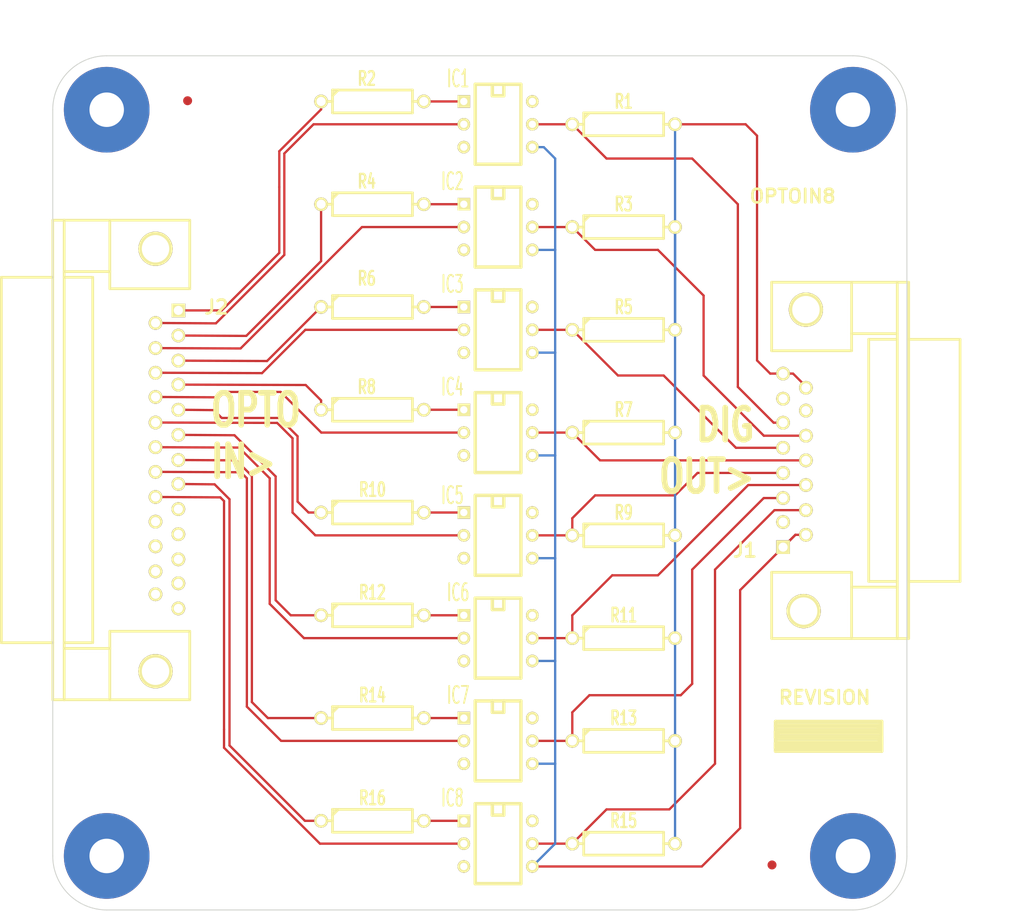
<source format=kicad_pcb>
(kicad_pcb (version 3) (host pcbnew "(2013-04-19 BZR 4011)-stable")

  (general
    (links 58)
    (no_connects 0)
    (area -6.121401 -5.849999 111.999999 96.0104)
    (thickness 1.6)
    (drawings 15)
    (tracks 168)
    (zones 0)
    (modules 33)
    (nets 35)
  )

  (page A3)
  (layers
    (15 F.Cu signal)
    (0 B.Cu signal)
    (16 B.Adhes user)
    (17 F.Adhes user)
    (18 B.Paste user)
    (19 F.Paste user)
    (20 B.SilkS user)
    (21 F.SilkS user)
    (22 B.Mask user)
    (23 F.Mask user)
    (24 Dwgs.User user)
    (25 Cmts.User user)
    (26 Eco1.User user)
    (27 Eco2.User user)
    (28 Edge.Cuts user)
  )

  (setup
    (last_trace_width 0.254)
    (trace_clearance 0.254)
    (zone_clearance 0.508)
    (zone_45_only no)
    (trace_min 0.254)
    (segment_width 0.2)
    (edge_width 0.1)
    (via_size 0.889)
    (via_drill 0.635)
    (via_min_size 0.889)
    (via_min_drill 0.508)
    (uvia_size 0.508)
    (uvia_drill 0.127)
    (uvias_allowed no)
    (uvia_min_size 0.508)
    (uvia_min_drill 0.127)
    (pcb_text_width 0.3)
    (pcb_text_size 1.5 1.5)
    (mod_edge_width 0.15)
    (mod_text_size 1 1)
    (mod_text_width 0.15)
    (pad_size 1.5 1.5)
    (pad_drill 0.6)
    (pad_to_mask_clearance 0)
    (aux_axis_origin 0 0)
    (visible_elements 7FFFFFBF)
    (pcbplotparams
      (layerselection 3178497)
      (usegerberextensions true)
      (excludeedgelayer true)
      (linewidth 152400)
      (plotframeref false)
      (viasonmask false)
      (mode 1)
      (useauxorigin false)
      (hpglpennumber 1)
      (hpglpenspeed 20)
      (hpglpendiameter 15)
      (hpglpenoverlay 2)
      (psnegative false)
      (psa4output false)
      (plotreference true)
      (plotvalue true)
      (plotothertext true)
      (plotinvisibletext false)
      (padsonsilk false)
      (subtractmaskfromsilk false)
      (outputformat 1)
      (mirror false)
      (drillshape 1)
      (scaleselection 1)
      (outputdirectory ""))
  )

  (net 0 "")
  (net 1 /+5V)
  (net 2 /GND)
  (net 3 N-000001)
  (net 4 N-0000011)
  (net 5 N-0000012)
  (net 6 N-0000015)
  (net 7 N-0000016)
  (net 8 N-0000017)
  (net 9 N-0000020)
  (net 10 N-0000021)
  (net 11 N-0000022)
  (net 12 N-0000023)
  (net 13 N-0000024)
  (net 14 N-0000025)
  (net 15 N-0000026)
  (net 16 N-0000027)
  (net 17 N-0000028)
  (net 18 N-000003)
  (net 19 N-0000030)
  (net 20 N-0000031)
  (net 21 N-0000033)
  (net 22 N-0000034)
  (net 23 N-0000036)
  (net 24 N-0000038)
  (net 25 N-000004)
  (net 26 N-0000040)
  (net 27 N-0000042)
  (net 28 N-0000043)
  (net 29 N-0000044)
  (net 30 N-0000045)
  (net 31 N-000005)
  (net 32 N-0000053)
  (net 33 N-000006)
  (net 34 N-000008)

  (net_class Default "This is the default net class."
    (clearance 0.254)
    (trace_width 0.254)
    (via_dia 0.889)
    (via_drill 0.635)
    (uvia_dia 0.508)
    (uvia_drill 0.127)
    (add_net "")
    (add_net /+5V)
    (add_net /GND)
    (add_net N-000001)
    (add_net N-0000011)
    (add_net N-0000012)
    (add_net N-0000015)
    (add_net N-0000016)
    (add_net N-0000017)
    (add_net N-0000020)
    (add_net N-0000021)
    (add_net N-0000022)
    (add_net N-0000023)
    (add_net N-0000024)
    (add_net N-0000025)
    (add_net N-0000026)
    (add_net N-0000027)
    (add_net N-0000028)
    (add_net N-000003)
    (add_net N-0000030)
    (add_net N-0000031)
    (add_net N-0000033)
    (add_net N-0000034)
    (add_net N-0000036)
    (add_net N-0000038)
    (add_net N-000004)
    (add_net N-0000040)
    (add_net N-0000042)
    (add_net N-0000043)
    (add_net N-0000044)
    (add_net N-0000045)
    (add_net N-000005)
    (add_net N-0000053)
    (add_net N-000006)
    (add_net N-000008)
  )

  (module R4-5 (layer F.Cu) (tedit 537A5D64) (tstamp 537A5134)
    (at 35.56 62.23)
    (path /537A4DE0)
    (fp_text reference R12 (at 0 -2.54) (layer F.SilkS)
      (effects (font (size 1.524 1.016) (thickness 0.3048)))
    )
    (fp_text value R (at 0 0) (layer F.SilkS) hide
      (effects (font (size 1.524 1.016) (thickness 0.3048)))
    )
    (fp_line (start -4.445 -1.27) (end -4.445 1.27) (layer F.SilkS) (width 0.3048))
    (fp_line (start -4.445 1.27) (end 4.445 1.27) (layer F.SilkS) (width 0.3048))
    (fp_line (start 4.445 1.27) (end 4.445 -1.27) (layer F.SilkS) (width 0.3048))
    (fp_line (start 4.445 -1.27) (end -4.445 -1.27) (layer F.SilkS) (width 0.3048))
    (fp_line (start -4.445 -0.635) (end -3.81 -1.27) (layer F.SilkS) (width 0.3048))
    (fp_line (start -4.445 0) (end -5.715 0) (layer F.SilkS) (width 0.3048))
    (fp_line (start 4.445 0) (end 5.715 0) (layer F.SilkS) (width 0.3048))
    (pad 1 thru_hole circle (at -5.715 0) (size 1.524 1.524) (drill 1.016)
      (layers *.Cu *.Mask F.SilkS)
      (net 11 N-0000022)
    )
    (pad 2 thru_hole circle (at 5.715 0) (size 1.524 1.524) (drill 1.016)
      (layers *.Cu *.Mask F.SilkS)
      (net 26 N-0000040)
    )
    (model discret/resistor.wrl
      (at (xyz 0 0 0))
      (scale (xyz 0.45 0.45 0.45))
      (rotate (xyz 0 0 0))
    )
  )

  (module R4-5 (layer F.Cu) (tedit 537A5D6C) (tstamp 537A5141)
    (at 63.5 87.63)
    (path /537A5AA0)
    (fp_text reference R15 (at 0 -2.54) (layer F.SilkS)
      (effects (font (size 1.524 1.016) (thickness 0.3048)))
    )
    (fp_text value R (at 0 0) (layer F.SilkS) hide
      (effects (font (size 1.524 1.016) (thickness 0.3048)))
    )
    (fp_line (start -4.445 -1.27) (end -4.445 1.27) (layer F.SilkS) (width 0.3048))
    (fp_line (start -4.445 1.27) (end 4.445 1.27) (layer F.SilkS) (width 0.3048))
    (fp_line (start 4.445 1.27) (end 4.445 -1.27) (layer F.SilkS) (width 0.3048))
    (fp_line (start 4.445 -1.27) (end -4.445 -1.27) (layer F.SilkS) (width 0.3048))
    (fp_line (start -4.445 -0.635) (end -3.81 -1.27) (layer F.SilkS) (width 0.3048))
    (fp_line (start -4.445 0) (end -5.715 0) (layer F.SilkS) (width 0.3048))
    (fp_line (start 4.445 0) (end 5.715 0) (layer F.SilkS) (width 0.3048))
    (pad 1 thru_hole circle (at -5.715 0) (size 1.524 1.524) (drill 1.016)
      (layers *.Cu *.Mask F.SilkS)
      (net 4 N-0000011)
    )
    (pad 2 thru_hole circle (at 5.715 0) (size 1.524 1.524) (drill 1.016)
      (layers *.Cu *.Mask F.SilkS)
      (net 1 /+5V)
    )
    (model discret/resistor.wrl
      (at (xyz 0 0 0))
      (scale (xyz 0.45 0.45 0.45))
      (rotate (xyz 0 0 0))
    )
  )

  (module R4-5 (layer F.Cu) (tedit 537A5D6F) (tstamp 537A514E)
    (at 63.5 76.2)
    (path /537A5A97)
    (fp_text reference R13 (at 0 -2.54) (layer F.SilkS)
      (effects (font (size 1.524 1.016) (thickness 0.3048)))
    )
    (fp_text value R (at 0 0) (layer F.SilkS) hide
      (effects (font (size 1.524 1.016) (thickness 0.3048)))
    )
    (fp_line (start -4.445 -1.27) (end -4.445 1.27) (layer F.SilkS) (width 0.3048))
    (fp_line (start -4.445 1.27) (end 4.445 1.27) (layer F.SilkS) (width 0.3048))
    (fp_line (start 4.445 1.27) (end 4.445 -1.27) (layer F.SilkS) (width 0.3048))
    (fp_line (start 4.445 -1.27) (end -4.445 -1.27) (layer F.SilkS) (width 0.3048))
    (fp_line (start -4.445 -0.635) (end -3.81 -1.27) (layer F.SilkS) (width 0.3048))
    (fp_line (start -4.445 0) (end -5.715 0) (layer F.SilkS) (width 0.3048))
    (fp_line (start 4.445 0) (end 5.715 0) (layer F.SilkS) (width 0.3048))
    (pad 1 thru_hole circle (at -5.715 0) (size 1.524 1.524) (drill 1.016)
      (layers *.Cu *.Mask F.SilkS)
      (net 5 N-0000012)
    )
    (pad 2 thru_hole circle (at 5.715 0) (size 1.524 1.524) (drill 1.016)
      (layers *.Cu *.Mask F.SilkS)
      (net 1 /+5V)
    )
    (model discret/resistor.wrl
      (at (xyz 0 0 0))
      (scale (xyz 0.45 0.45 0.45))
      (rotate (xyz 0 0 0))
    )
  )

  (module R4-5 (layer F.Cu) (tedit 537A5D72) (tstamp 537A515B)
    (at 63.5 64.77)
    (path /537A574F)
    (fp_text reference R11 (at 0 -2.54) (layer F.SilkS)
      (effects (font (size 1.524 1.016) (thickness 0.3048)))
    )
    (fp_text value R (at 0 0) (layer F.SilkS) hide
      (effects (font (size 1.524 1.016) (thickness 0.3048)))
    )
    (fp_line (start -4.445 -1.27) (end -4.445 1.27) (layer F.SilkS) (width 0.3048))
    (fp_line (start -4.445 1.27) (end 4.445 1.27) (layer F.SilkS) (width 0.3048))
    (fp_line (start 4.445 1.27) (end 4.445 -1.27) (layer F.SilkS) (width 0.3048))
    (fp_line (start 4.445 -1.27) (end -4.445 -1.27) (layer F.SilkS) (width 0.3048))
    (fp_line (start -4.445 -0.635) (end -3.81 -1.27) (layer F.SilkS) (width 0.3048))
    (fp_line (start -4.445 0) (end -5.715 0) (layer F.SilkS) (width 0.3048))
    (fp_line (start 4.445 0) (end 5.715 0) (layer F.SilkS) (width 0.3048))
    (pad 1 thru_hole circle (at -5.715 0) (size 1.524 1.524) (drill 1.016)
      (layers *.Cu *.Mask F.SilkS)
      (net 7 N-0000016)
    )
    (pad 2 thru_hole circle (at 5.715 0) (size 1.524 1.524) (drill 1.016)
      (layers *.Cu *.Mask F.SilkS)
      (net 1 /+5V)
    )
    (model discret/resistor.wrl
      (at (xyz 0 0 0))
      (scale (xyz 0.45 0.45 0.45))
      (rotate (xyz 0 0 0))
    )
  )

  (module R4-5 (layer F.Cu) (tedit 537A5D75) (tstamp 537A5168)
    (at 63.5 53.34)
    (path /537A5669)
    (fp_text reference R9 (at 0 -2.54) (layer F.SilkS)
      (effects (font (size 1.524 1.016) (thickness 0.3048)))
    )
    (fp_text value R (at 0 0) (layer F.SilkS) hide
      (effects (font (size 1.524 1.016) (thickness 0.3048)))
    )
    (fp_line (start -4.445 -1.27) (end -4.445 1.27) (layer F.SilkS) (width 0.3048))
    (fp_line (start -4.445 1.27) (end 4.445 1.27) (layer F.SilkS) (width 0.3048))
    (fp_line (start 4.445 1.27) (end 4.445 -1.27) (layer F.SilkS) (width 0.3048))
    (fp_line (start 4.445 -1.27) (end -4.445 -1.27) (layer F.SilkS) (width 0.3048))
    (fp_line (start -4.445 -0.635) (end -3.81 -1.27) (layer F.SilkS) (width 0.3048))
    (fp_line (start -4.445 0) (end -5.715 0) (layer F.SilkS) (width 0.3048))
    (fp_line (start 4.445 0) (end 5.715 0) (layer F.SilkS) (width 0.3048))
    (pad 1 thru_hole circle (at -5.715 0) (size 1.524 1.524) (drill 1.016)
      (layers *.Cu *.Mask F.SilkS)
      (net 6 N-0000015)
    )
    (pad 2 thru_hole circle (at 5.715 0) (size 1.524 1.524) (drill 1.016)
      (layers *.Cu *.Mask F.SilkS)
      (net 1 /+5V)
    )
    (model discret/resistor.wrl
      (at (xyz 0 0 0))
      (scale (xyz 0.45 0.45 0.45))
      (rotate (xyz 0 0 0))
    )
  )

  (module R4-5 (layer F.Cu) (tedit 537A5D78) (tstamp 537A5175)
    (at 63.5 41.91)
    (path /537A54AD)
    (fp_text reference R7 (at 0 -2.54) (layer F.SilkS)
      (effects (font (size 1.524 1.016) (thickness 0.3048)))
    )
    (fp_text value R (at 0 0) (layer F.SilkS) hide
      (effects (font (size 1.524 1.016) (thickness 0.3048)))
    )
    (fp_line (start -4.445 -1.27) (end -4.445 1.27) (layer F.SilkS) (width 0.3048))
    (fp_line (start -4.445 1.27) (end 4.445 1.27) (layer F.SilkS) (width 0.3048))
    (fp_line (start 4.445 1.27) (end 4.445 -1.27) (layer F.SilkS) (width 0.3048))
    (fp_line (start 4.445 -1.27) (end -4.445 -1.27) (layer F.SilkS) (width 0.3048))
    (fp_line (start -4.445 -0.635) (end -3.81 -1.27) (layer F.SilkS) (width 0.3048))
    (fp_line (start -4.445 0) (end -5.715 0) (layer F.SilkS) (width 0.3048))
    (fp_line (start 4.445 0) (end 5.715 0) (layer F.SilkS) (width 0.3048))
    (pad 1 thru_hole circle (at -5.715 0) (size 1.524 1.524) (drill 1.016)
      (layers *.Cu *.Mask F.SilkS)
      (net 18 N-000003)
    )
    (pad 2 thru_hole circle (at 5.715 0) (size 1.524 1.524) (drill 1.016)
      (layers *.Cu *.Mask F.SilkS)
      (net 1 /+5V)
    )
    (model discret/resistor.wrl
      (at (xyz 0 0 0))
      (scale (xyz 0.45 0.45 0.45))
      (rotate (xyz 0 0 0))
    )
  )

  (module R4-5 (layer F.Cu) (tedit 537A5D7A) (tstamp 537A5182)
    (at 63.5 30.48)
    (path /537A5263)
    (fp_text reference R5 (at 0 -2.54) (layer F.SilkS)
      (effects (font (size 1.524 1.016) (thickness 0.3048)))
    )
    (fp_text value R (at 0 0) (layer F.SilkS) hide
      (effects (font (size 1.524 1.016) (thickness 0.3048)))
    )
    (fp_line (start -4.445 -1.27) (end -4.445 1.27) (layer F.SilkS) (width 0.3048))
    (fp_line (start -4.445 1.27) (end 4.445 1.27) (layer F.SilkS) (width 0.3048))
    (fp_line (start 4.445 1.27) (end 4.445 -1.27) (layer F.SilkS) (width 0.3048))
    (fp_line (start 4.445 -1.27) (end -4.445 -1.27) (layer F.SilkS) (width 0.3048))
    (fp_line (start -4.445 -0.635) (end -3.81 -1.27) (layer F.SilkS) (width 0.3048))
    (fp_line (start -4.445 0) (end -5.715 0) (layer F.SilkS) (width 0.3048))
    (fp_line (start 4.445 0) (end 5.715 0) (layer F.SilkS) (width 0.3048))
    (pad 1 thru_hole circle (at -5.715 0) (size 1.524 1.524) (drill 1.016)
      (layers *.Cu *.Mask F.SilkS)
      (net 3 N-000001)
    )
    (pad 2 thru_hole circle (at 5.715 0) (size 1.524 1.524) (drill 1.016)
      (layers *.Cu *.Mask F.SilkS)
      (net 1 /+5V)
    )
    (model discret/resistor.wrl
      (at (xyz 0 0 0))
      (scale (xyz 0.45 0.45 0.45))
      (rotate (xyz 0 0 0))
    )
  )

  (module R4-5 (layer F.Cu) (tedit 537A5D7F) (tstamp 537A518F)
    (at 63.5 7.62)
    (path /537A5195)
    (fp_text reference R1 (at 0 -2.54) (layer F.SilkS)
      (effects (font (size 1.524 1.016) (thickness 0.3048)))
    )
    (fp_text value R (at 0 0) (layer F.SilkS) hide
      (effects (font (size 1.524 1.016) (thickness 0.3048)))
    )
    (fp_line (start -4.445 -1.27) (end -4.445 1.27) (layer F.SilkS) (width 0.3048))
    (fp_line (start -4.445 1.27) (end 4.445 1.27) (layer F.SilkS) (width 0.3048))
    (fp_line (start 4.445 1.27) (end 4.445 -1.27) (layer F.SilkS) (width 0.3048))
    (fp_line (start 4.445 -1.27) (end -4.445 -1.27) (layer F.SilkS) (width 0.3048))
    (fp_line (start -4.445 -0.635) (end -3.81 -1.27) (layer F.SilkS) (width 0.3048))
    (fp_line (start -4.445 0) (end -5.715 0) (layer F.SilkS) (width 0.3048))
    (fp_line (start 4.445 0) (end 5.715 0) (layer F.SilkS) (width 0.3048))
    (pad 1 thru_hole circle (at -5.715 0) (size 1.524 1.524) (drill 1.016)
      (layers *.Cu *.Mask F.SilkS)
      (net 34 N-000008)
    )
    (pad 2 thru_hole circle (at 5.715 0) (size 1.524 1.524) (drill 1.016)
      (layers *.Cu *.Mask F.SilkS)
      (net 1 /+5V)
    )
    (model discret/resistor.wrl
      (at (xyz 0 0 0))
      (scale (xyz 0.45 0.45 0.45))
      (rotate (xyz 0 0 0))
    )
  )

  (module R4-5 (layer F.Cu) (tedit 537A5D7D) (tstamp 537A519C)
    (at 63.5 19.05)
    (path /537A50C8)
    (fp_text reference R3 (at 0 -2.54) (layer F.SilkS)
      (effects (font (size 1.524 1.016) (thickness 0.3048)))
    )
    (fp_text value R (at 0 0) (layer F.SilkS) hide
      (effects (font (size 1.524 1.016) (thickness 0.3048)))
    )
    (fp_line (start -4.445 -1.27) (end -4.445 1.27) (layer F.SilkS) (width 0.3048))
    (fp_line (start -4.445 1.27) (end 4.445 1.27) (layer F.SilkS) (width 0.3048))
    (fp_line (start 4.445 1.27) (end 4.445 -1.27) (layer F.SilkS) (width 0.3048))
    (fp_line (start 4.445 -1.27) (end -4.445 -1.27) (layer F.SilkS) (width 0.3048))
    (fp_line (start -4.445 -0.635) (end -3.81 -1.27) (layer F.SilkS) (width 0.3048))
    (fp_line (start -4.445 0) (end -5.715 0) (layer F.SilkS) (width 0.3048))
    (fp_line (start 4.445 0) (end 5.715 0) (layer F.SilkS) (width 0.3048))
    (pad 1 thru_hole circle (at -5.715 0) (size 1.524 1.524) (drill 1.016)
      (layers *.Cu *.Mask F.SilkS)
      (net 33 N-000006)
    )
    (pad 2 thru_hole circle (at 5.715 0) (size 1.524 1.524) (drill 1.016)
      (layers *.Cu *.Mask F.SilkS)
      (net 1 /+5V)
    )
    (model discret/resistor.wrl
      (at (xyz 0 0 0))
      (scale (xyz 0.45 0.45 0.45))
      (rotate (xyz 0 0 0))
    )
  )

  (module R4-5 (layer F.Cu) (tedit 537A5D6A) (tstamp 537A51A9)
    (at 35.56 85.09)
    (path /537A4DEC)
    (fp_text reference R16 (at 0 -2.54) (layer F.SilkS)
      (effects (font (size 1.524 1.016) (thickness 0.3048)))
    )
    (fp_text value R (at 0 0) (layer F.SilkS) hide
      (effects (font (size 1.524 1.016) (thickness 0.3048)))
    )
    (fp_line (start -4.445 -1.27) (end -4.445 1.27) (layer F.SilkS) (width 0.3048))
    (fp_line (start -4.445 1.27) (end 4.445 1.27) (layer F.SilkS) (width 0.3048))
    (fp_line (start 4.445 1.27) (end 4.445 -1.27) (layer F.SilkS) (width 0.3048))
    (fp_line (start 4.445 -1.27) (end -4.445 -1.27) (layer F.SilkS) (width 0.3048))
    (fp_line (start -4.445 -0.635) (end -3.81 -1.27) (layer F.SilkS) (width 0.3048))
    (fp_line (start -4.445 0) (end -5.715 0) (layer F.SilkS) (width 0.3048))
    (fp_line (start 4.445 0) (end 5.715 0) (layer F.SilkS) (width 0.3048))
    (pad 1 thru_hole circle (at -5.715 0) (size 1.524 1.524) (drill 1.016)
      (layers *.Cu *.Mask F.SilkS)
      (net 25 N-000004)
    )
    (pad 2 thru_hole circle (at 5.715 0) (size 1.524 1.524) (drill 1.016)
      (layers *.Cu *.Mask F.SilkS)
      (net 13 N-0000024)
    )
    (model discret/resistor.wrl
      (at (xyz 0 0 0))
      (scale (xyz 0.45 0.45 0.45))
      (rotate (xyz 0 0 0))
    )
  )

  (module R4-5 (layer F.Cu) (tedit 537A5D66) (tstamp 537A51B6)
    (at 35.56 73.66)
    (path /537A4DE6)
    (fp_text reference R14 (at 0 -2.54) (layer F.SilkS)
      (effects (font (size 1.524 1.016) (thickness 0.3048)))
    )
    (fp_text value R (at 0 0) (layer F.SilkS) hide
      (effects (font (size 1.524 1.016) (thickness 0.3048)))
    )
    (fp_line (start -4.445 -1.27) (end -4.445 1.27) (layer F.SilkS) (width 0.3048))
    (fp_line (start -4.445 1.27) (end 4.445 1.27) (layer F.SilkS) (width 0.3048))
    (fp_line (start 4.445 1.27) (end 4.445 -1.27) (layer F.SilkS) (width 0.3048))
    (fp_line (start 4.445 -1.27) (end -4.445 -1.27) (layer F.SilkS) (width 0.3048))
    (fp_line (start -4.445 -0.635) (end -3.81 -1.27) (layer F.SilkS) (width 0.3048))
    (fp_line (start -4.445 0) (end -5.715 0) (layer F.SilkS) (width 0.3048))
    (fp_line (start 4.445 0) (end 5.715 0) (layer F.SilkS) (width 0.3048))
    (pad 1 thru_hole circle (at -5.715 0) (size 1.524 1.524) (drill 1.016)
      (layers *.Cu *.Mask F.SilkS)
      (net 12 N-0000023)
    )
    (pad 2 thru_hole circle (at 5.715 0) (size 1.524 1.524) (drill 1.016)
      (layers *.Cu *.Mask F.SilkS)
      (net 27 N-0000042)
    )
    (model discret/resistor.wrl
      (at (xyz 0 0 0))
      (scale (xyz 0.45 0.45 0.45))
      (rotate (xyz 0 0 0))
    )
  )

  (module R4-5 (layer F.Cu) (tedit 537A5D61) (tstamp 537A51C3)
    (at 35.56 50.8)
    (path /537A4DDA)
    (fp_text reference R10 (at 0 -2.54) (layer F.SilkS)
      (effects (font (size 1.524 1.016) (thickness 0.3048)))
    )
    (fp_text value R (at 0 0) (layer F.SilkS) hide
      (effects (font (size 1.524 1.016) (thickness 0.3048)))
    )
    (fp_line (start -4.445 -1.27) (end -4.445 1.27) (layer F.SilkS) (width 0.3048))
    (fp_line (start -4.445 1.27) (end 4.445 1.27) (layer F.SilkS) (width 0.3048))
    (fp_line (start 4.445 1.27) (end 4.445 -1.27) (layer F.SilkS) (width 0.3048))
    (fp_line (start 4.445 -1.27) (end -4.445 -1.27) (layer F.SilkS) (width 0.3048))
    (fp_line (start -4.445 -0.635) (end -3.81 -1.27) (layer F.SilkS) (width 0.3048))
    (fp_line (start -4.445 0) (end -5.715 0) (layer F.SilkS) (width 0.3048))
    (fp_line (start 4.445 0) (end 5.715 0) (layer F.SilkS) (width 0.3048))
    (pad 1 thru_hole circle (at -5.715 0) (size 1.524 1.524) (drill 1.016)
      (layers *.Cu *.Mask F.SilkS)
      (net 8 N-0000017)
    )
    (pad 2 thru_hole circle (at 5.715 0) (size 1.524 1.524) (drill 1.016)
      (layers *.Cu *.Mask F.SilkS)
      (net 24 N-0000038)
    )
    (model discret/resistor.wrl
      (at (xyz 0 0 0))
      (scale (xyz 0.45 0.45 0.45))
      (rotate (xyz 0 0 0))
    )
  )

  (module R4-5 (layer F.Cu) (tedit 537A5D5D) (tstamp 537A51D0)
    (at 35.56 39.37)
    (path /537A4DD4)
    (fp_text reference R8 (at -0.635 -2.54) (layer F.SilkS)
      (effects (font (size 1.524 1.016) (thickness 0.3048)))
    )
    (fp_text value R (at 0 0) (layer F.SilkS) hide
      (effects (font (size 1.524 1.016) (thickness 0.3048)))
    )
    (fp_line (start -4.445 -1.27) (end -4.445 1.27) (layer F.SilkS) (width 0.3048))
    (fp_line (start -4.445 1.27) (end 4.445 1.27) (layer F.SilkS) (width 0.3048))
    (fp_line (start 4.445 1.27) (end 4.445 -1.27) (layer F.SilkS) (width 0.3048))
    (fp_line (start 4.445 -1.27) (end -4.445 -1.27) (layer F.SilkS) (width 0.3048))
    (fp_line (start -4.445 -0.635) (end -3.81 -1.27) (layer F.SilkS) (width 0.3048))
    (fp_line (start -4.445 0) (end -5.715 0) (layer F.SilkS) (width 0.3048))
    (fp_line (start 4.445 0) (end 5.715 0) (layer F.SilkS) (width 0.3048))
    (pad 1 thru_hole circle (at -5.715 0) (size 1.524 1.524) (drill 1.016)
      (layers *.Cu *.Mask F.SilkS)
      (net 10 N-0000021)
    )
    (pad 2 thru_hole circle (at 5.715 0) (size 1.524 1.524) (drill 1.016)
      (layers *.Cu *.Mask F.SilkS)
      (net 23 N-0000036)
    )
    (model discret/resistor.wrl
      (at (xyz 0 0 0))
      (scale (xyz 0.45 0.45 0.45))
      (rotate (xyz 0 0 0))
    )
  )

  (module R4-5 (layer F.Cu) (tedit 537A5D51) (tstamp 537A51DD)
    (at 35.56 27.94)
    (path /537A4DCE)
    (fp_text reference R6 (at -0.635 -3.175) (layer F.SilkS)
      (effects (font (size 1.524 1.016) (thickness 0.3048)))
    )
    (fp_text value R (at 0 0) (layer F.SilkS) hide
      (effects (font (size 1.524 1.016) (thickness 0.3048)))
    )
    (fp_line (start -4.445 -1.27) (end -4.445 1.27) (layer F.SilkS) (width 0.3048))
    (fp_line (start -4.445 1.27) (end 4.445 1.27) (layer F.SilkS) (width 0.3048))
    (fp_line (start 4.445 1.27) (end 4.445 -1.27) (layer F.SilkS) (width 0.3048))
    (fp_line (start 4.445 -1.27) (end -4.445 -1.27) (layer F.SilkS) (width 0.3048))
    (fp_line (start -4.445 -0.635) (end -3.81 -1.27) (layer F.SilkS) (width 0.3048))
    (fp_line (start -4.445 0) (end -5.715 0) (layer F.SilkS) (width 0.3048))
    (fp_line (start 4.445 0) (end 5.715 0) (layer F.SilkS) (width 0.3048))
    (pad 1 thru_hole circle (at -5.715 0) (size 1.524 1.524) (drill 1.016)
      (layers *.Cu *.Mask F.SilkS)
      (net 16 N-0000027)
    )
    (pad 2 thru_hole circle (at 5.715 0) (size 1.524 1.524) (drill 1.016)
      (layers *.Cu *.Mask F.SilkS)
      (net 21 N-0000033)
    )
    (model discret/resistor.wrl
      (at (xyz 0 0 0))
      (scale (xyz 0.45 0.45 0.45))
      (rotate (xyz 0 0 0))
    )
  )

  (module R4-5 (layer F.Cu) (tedit 537A5D56) (tstamp 537A51EA)
    (at 35.56 16.51)
    (path /537A4DC8)
    (fp_text reference R4 (at -0.635 -2.54) (layer F.SilkS)
      (effects (font (size 1.524 1.016) (thickness 0.3048)))
    )
    (fp_text value R (at 0 0) (layer F.SilkS) hide
      (effects (font (size 1.524 1.016) (thickness 0.3048)))
    )
    (fp_line (start -4.445 -1.27) (end -4.445 1.27) (layer F.SilkS) (width 0.3048))
    (fp_line (start -4.445 1.27) (end 4.445 1.27) (layer F.SilkS) (width 0.3048))
    (fp_line (start 4.445 1.27) (end 4.445 -1.27) (layer F.SilkS) (width 0.3048))
    (fp_line (start 4.445 -1.27) (end -4.445 -1.27) (layer F.SilkS) (width 0.3048))
    (fp_line (start -4.445 -0.635) (end -3.81 -1.27) (layer F.SilkS) (width 0.3048))
    (fp_line (start -4.445 0) (end -5.715 0) (layer F.SilkS) (width 0.3048))
    (fp_line (start 4.445 0) (end 5.715 0) (layer F.SilkS) (width 0.3048))
    (pad 1 thru_hole circle (at -5.715 0) (size 1.524 1.524) (drill 1.016)
      (layers *.Cu *.Mask F.SilkS)
      (net 15 N-0000026)
    )
    (pad 2 thru_hole circle (at 5.715 0) (size 1.524 1.524) (drill 1.016)
      (layers *.Cu *.Mask F.SilkS)
      (net 19 N-0000030)
    )
    (model discret/resistor.wrl
      (at (xyz 0 0 0))
      (scale (xyz 0.45 0.45 0.45))
      (rotate (xyz 0 0 0))
    )
  )

  (module R4-5 (layer F.Cu) (tedit 537A5D59) (tstamp 537A51F7)
    (at 35.56 5.08)
    (path /537A4DBB)
    (fp_text reference R2 (at -0.635 -2.54) (layer F.SilkS)
      (effects (font (size 1.524 1.016) (thickness 0.3048)))
    )
    (fp_text value R (at 0 0) (layer F.SilkS) hide
      (effects (font (size 1.524 1.016) (thickness 0.3048)))
    )
    (fp_line (start -4.445 -1.27) (end -4.445 1.27) (layer F.SilkS) (width 0.3048))
    (fp_line (start -4.445 1.27) (end 4.445 1.27) (layer F.SilkS) (width 0.3048))
    (fp_line (start 4.445 1.27) (end 4.445 -1.27) (layer F.SilkS) (width 0.3048))
    (fp_line (start 4.445 -1.27) (end -4.445 -1.27) (layer F.SilkS) (width 0.3048))
    (fp_line (start -4.445 -0.635) (end -3.81 -1.27) (layer F.SilkS) (width 0.3048))
    (fp_line (start -4.445 0) (end -5.715 0) (layer F.SilkS) (width 0.3048))
    (fp_line (start 4.445 0) (end 5.715 0) (layer F.SilkS) (width 0.3048))
    (pad 1 thru_hole circle (at -5.715 0) (size 1.524 1.524) (drill 1.016)
      (layers *.Cu *.Mask F.SilkS)
      (net 14 N-0000025)
    )
    (pad 2 thru_hole circle (at 5.715 0) (size 1.524 1.524) (drill 1.016)
      (layers *.Cu *.Mask F.SilkS)
      (net 9 N-0000020)
    )
    (model discret/resistor.wrl
      (at (xyz 0 0 0))
      (scale (xyz 0.45 0.45 0.45))
      (rotate (xyz 0 0 0))
    )
  )

  (module DIP-6__300 (layer F.Cu) (tedit 537A5DA2) (tstamp 537A5208)
    (at 49.53 7.62 270)
    (descr "6 pins DIL package, round pads")
    (tags DIL)
    (path /537A4D39)
    (fp_text reference IC1 (at -5.08 4.445 360) (layer F.SilkS)
      (effects (font (size 1.905 1.016) (thickness 0.2032)))
    )
    (fp_text value 4N26 (at 0 0 270) (layer F.SilkS) hide
      (effects (font (size 1.524 0.889) (thickness 0.2032)))
    )
    (fp_line (start -4.445 -2.54) (end 4.445 -2.54) (layer F.SilkS) (width 0.381))
    (fp_line (start 4.445 -2.54) (end 4.445 2.54) (layer F.SilkS) (width 0.381))
    (fp_line (start 4.445 2.54) (end -4.445 2.54) (layer F.SilkS) (width 0.381))
    (fp_line (start -4.445 2.54) (end -4.445 -2.54) (layer F.SilkS) (width 0.381))
    (fp_line (start -4.445 -0.635) (end -3.175 -0.635) (layer F.SilkS) (width 0.381))
    (fp_line (start -3.175 -0.635) (end -3.175 0.635) (layer F.SilkS) (width 0.381))
    (fp_line (start -3.175 0.635) (end -4.445 0.635) (layer F.SilkS) (width 0.381))
    (pad 1 thru_hole rect (at -2.54 3.81 270) (size 1.397 1.397) (drill 0.8128)
      (layers *.Cu *.Mask F.SilkS)
      (net 9 N-0000020)
    )
    (pad 2 thru_hole circle (at 0 3.81 270) (size 1.397 1.397) (drill 0.8128)
      (layers *.Cu *.Mask F.SilkS)
      (net 32 N-0000053)
    )
    (pad 3 thru_hole circle (at 2.54 3.81 270) (size 1.397 1.397) (drill 0.8128)
      (layers *.Cu *.Mask F.SilkS)
    )
    (pad 4 thru_hole circle (at 2.54 -3.81 270) (size 1.397 1.397) (drill 0.8128)
      (layers *.Cu *.Mask F.SilkS)
      (net 2 /GND)
    )
    (pad 5 thru_hole circle (at 0 -3.81 270) (size 1.397 1.397) (drill 0.8128)
      (layers *.Cu *.Mask F.SilkS)
      (net 34 N-000008)
    )
    (pad 6 thru_hole circle (at -2.54 -3.81 270) (size 1.397 1.397) (drill 0.8128)
      (layers *.Cu *.Mask F.SilkS)
    )
    (model dil/dil_6.wrl
      (at (xyz 0 0 0))
      (scale (xyz 1 1 1))
      (rotate (xyz 0 0 0))
    )
  )

  (module DIP-6__300 (layer F.Cu) (tedit 537A5D8B) (tstamp 537A5219)
    (at 49.53 87.63 270)
    (descr "6 pins DIL package, round pads")
    (tags DIL)
    (path /537A4DAC)
    (fp_text reference IC8 (at -5.08 5.08 360) (layer F.SilkS)
      (effects (font (size 1.905 1.016) (thickness 0.2032)))
    )
    (fp_text value 4N26 (at 0 0 270) (layer F.SilkS) hide
      (effects (font (size 1.524 0.889) (thickness 0.2032)))
    )
    (fp_line (start -4.445 -2.54) (end 4.445 -2.54) (layer F.SilkS) (width 0.381))
    (fp_line (start 4.445 -2.54) (end 4.445 2.54) (layer F.SilkS) (width 0.381))
    (fp_line (start 4.445 2.54) (end -4.445 2.54) (layer F.SilkS) (width 0.381))
    (fp_line (start -4.445 2.54) (end -4.445 -2.54) (layer F.SilkS) (width 0.381))
    (fp_line (start -4.445 -0.635) (end -3.175 -0.635) (layer F.SilkS) (width 0.381))
    (fp_line (start -3.175 -0.635) (end -3.175 0.635) (layer F.SilkS) (width 0.381))
    (fp_line (start -3.175 0.635) (end -4.445 0.635) (layer F.SilkS) (width 0.381))
    (pad 1 thru_hole rect (at -2.54 3.81 270) (size 1.397 1.397) (drill 0.8128)
      (layers *.Cu *.Mask F.SilkS)
      (net 13 N-0000024)
    )
    (pad 2 thru_hole circle (at 0 3.81 270) (size 1.397 1.397) (drill 0.8128)
      (layers *.Cu *.Mask F.SilkS)
      (net 31 N-000005)
    )
    (pad 3 thru_hole circle (at 2.54 3.81 270) (size 1.397 1.397) (drill 0.8128)
      (layers *.Cu *.Mask F.SilkS)
    )
    (pad 4 thru_hole circle (at 2.54 -3.81 270) (size 1.397 1.397) (drill 0.8128)
      (layers *.Cu *.Mask F.SilkS)
      (net 2 /GND)
    )
    (pad 5 thru_hole circle (at 0 -3.81 270) (size 1.397 1.397) (drill 0.8128)
      (layers *.Cu *.Mask F.SilkS)
      (net 4 N-0000011)
    )
    (pad 6 thru_hole circle (at -2.54 -3.81 270) (size 1.397 1.397) (drill 0.8128)
      (layers *.Cu *.Mask F.SilkS)
    )
    (model dil/dil_6.wrl
      (at (xyz 0 0 0))
      (scale (xyz 1 1 1))
      (rotate (xyz 0 0 0))
    )
  )

  (module DIP-6__300 (layer F.Cu) (tedit 537A5D8D) (tstamp 537A522A)
    (at 49.53 76.2 270)
    (descr "6 pins DIL package, round pads")
    (tags DIL)
    (path /537A4D9D)
    (fp_text reference IC7 (at -5.08 4.445 360) (layer F.SilkS)
      (effects (font (size 1.905 1.016) (thickness 0.2032)))
    )
    (fp_text value 4N26 (at 0 0 270) (layer F.SilkS) hide
      (effects (font (size 1.524 0.889) (thickness 0.2032)))
    )
    (fp_line (start -4.445 -2.54) (end 4.445 -2.54) (layer F.SilkS) (width 0.381))
    (fp_line (start 4.445 -2.54) (end 4.445 2.54) (layer F.SilkS) (width 0.381))
    (fp_line (start 4.445 2.54) (end -4.445 2.54) (layer F.SilkS) (width 0.381))
    (fp_line (start -4.445 2.54) (end -4.445 -2.54) (layer F.SilkS) (width 0.381))
    (fp_line (start -4.445 -0.635) (end -3.175 -0.635) (layer F.SilkS) (width 0.381))
    (fp_line (start -3.175 -0.635) (end -3.175 0.635) (layer F.SilkS) (width 0.381))
    (fp_line (start -3.175 0.635) (end -4.445 0.635) (layer F.SilkS) (width 0.381))
    (pad 1 thru_hole rect (at -2.54 3.81 270) (size 1.397 1.397) (drill 0.8128)
      (layers *.Cu *.Mask F.SilkS)
      (net 27 N-0000042)
    )
    (pad 2 thru_hole circle (at 0 3.81 270) (size 1.397 1.397) (drill 0.8128)
      (layers *.Cu *.Mask F.SilkS)
      (net 30 N-0000045)
    )
    (pad 3 thru_hole circle (at 2.54 3.81 270) (size 1.397 1.397) (drill 0.8128)
      (layers *.Cu *.Mask F.SilkS)
    )
    (pad 4 thru_hole circle (at 2.54 -3.81 270) (size 1.397 1.397) (drill 0.8128)
      (layers *.Cu *.Mask F.SilkS)
      (net 2 /GND)
    )
    (pad 5 thru_hole circle (at 0 -3.81 270) (size 1.397 1.397) (drill 0.8128)
      (layers *.Cu *.Mask F.SilkS)
      (net 5 N-0000012)
    )
    (pad 6 thru_hole circle (at -2.54 -3.81 270) (size 1.397 1.397) (drill 0.8128)
      (layers *.Cu *.Mask F.SilkS)
    )
    (model dil/dil_6.wrl
      (at (xyz 0 0 0))
      (scale (xyz 1 1 1))
      (rotate (xyz 0 0 0))
    )
  )

  (module DIP-6__300 (layer F.Cu) (tedit 537A5D91) (tstamp 537A523B)
    (at 49.53 64.77 270)
    (descr "6 pins DIL package, round pads")
    (tags DIL)
    (path /537A4D8E)
    (fp_text reference IC6 (at -5.08 4.445 360) (layer F.SilkS)
      (effects (font (size 1.905 1.016) (thickness 0.2032)))
    )
    (fp_text value 4N26 (at 0 0 270) (layer F.SilkS) hide
      (effects (font (size 1.524 0.889) (thickness 0.2032)))
    )
    (fp_line (start -4.445 -2.54) (end 4.445 -2.54) (layer F.SilkS) (width 0.381))
    (fp_line (start 4.445 -2.54) (end 4.445 2.54) (layer F.SilkS) (width 0.381))
    (fp_line (start 4.445 2.54) (end -4.445 2.54) (layer F.SilkS) (width 0.381))
    (fp_line (start -4.445 2.54) (end -4.445 -2.54) (layer F.SilkS) (width 0.381))
    (fp_line (start -4.445 -0.635) (end -3.175 -0.635) (layer F.SilkS) (width 0.381))
    (fp_line (start -3.175 -0.635) (end -3.175 0.635) (layer F.SilkS) (width 0.381))
    (fp_line (start -3.175 0.635) (end -4.445 0.635) (layer F.SilkS) (width 0.381))
    (pad 1 thru_hole rect (at -2.54 3.81 270) (size 1.397 1.397) (drill 0.8128)
      (layers *.Cu *.Mask F.SilkS)
      (net 26 N-0000040)
    )
    (pad 2 thru_hole circle (at 0 3.81 270) (size 1.397 1.397) (drill 0.8128)
      (layers *.Cu *.Mask F.SilkS)
      (net 29 N-0000044)
    )
    (pad 3 thru_hole circle (at 2.54 3.81 270) (size 1.397 1.397) (drill 0.8128)
      (layers *.Cu *.Mask F.SilkS)
    )
    (pad 4 thru_hole circle (at 2.54 -3.81 270) (size 1.397 1.397) (drill 0.8128)
      (layers *.Cu *.Mask F.SilkS)
      (net 2 /GND)
    )
    (pad 5 thru_hole circle (at 0 -3.81 270) (size 1.397 1.397) (drill 0.8128)
      (layers *.Cu *.Mask F.SilkS)
      (net 7 N-0000016)
    )
    (pad 6 thru_hole circle (at -2.54 -3.81 270) (size 1.397 1.397) (drill 0.8128)
      (layers *.Cu *.Mask F.SilkS)
    )
    (model dil/dil_6.wrl
      (at (xyz 0 0 0))
      (scale (xyz 1 1 1))
      (rotate (xyz 0 0 0))
    )
  )

  (module DIP-6__300 (layer F.Cu) (tedit 537A5D94) (tstamp 537A524C)
    (at 49.53 53.34 270)
    (descr "6 pins DIL package, round pads")
    (tags DIL)
    (path /537A4D75)
    (fp_text reference IC5 (at -4.445 5.08 360) (layer F.SilkS)
      (effects (font (size 1.905 1.016) (thickness 0.2032)))
    )
    (fp_text value 4N26 (at 0 0 270) (layer F.SilkS) hide
      (effects (font (size 1.524 0.889) (thickness 0.2032)))
    )
    (fp_line (start -4.445 -2.54) (end 4.445 -2.54) (layer F.SilkS) (width 0.381))
    (fp_line (start 4.445 -2.54) (end 4.445 2.54) (layer F.SilkS) (width 0.381))
    (fp_line (start 4.445 2.54) (end -4.445 2.54) (layer F.SilkS) (width 0.381))
    (fp_line (start -4.445 2.54) (end -4.445 -2.54) (layer F.SilkS) (width 0.381))
    (fp_line (start -4.445 -0.635) (end -3.175 -0.635) (layer F.SilkS) (width 0.381))
    (fp_line (start -3.175 -0.635) (end -3.175 0.635) (layer F.SilkS) (width 0.381))
    (fp_line (start -3.175 0.635) (end -4.445 0.635) (layer F.SilkS) (width 0.381))
    (pad 1 thru_hole rect (at -2.54 3.81 270) (size 1.397 1.397) (drill 0.8128)
      (layers *.Cu *.Mask F.SilkS)
      (net 24 N-0000038)
    )
    (pad 2 thru_hole circle (at 0 3.81 270) (size 1.397 1.397) (drill 0.8128)
      (layers *.Cu *.Mask F.SilkS)
      (net 28 N-0000043)
    )
    (pad 3 thru_hole circle (at 2.54 3.81 270) (size 1.397 1.397) (drill 0.8128)
      (layers *.Cu *.Mask F.SilkS)
    )
    (pad 4 thru_hole circle (at 2.54 -3.81 270) (size 1.397 1.397) (drill 0.8128)
      (layers *.Cu *.Mask F.SilkS)
      (net 2 /GND)
    )
    (pad 5 thru_hole circle (at 0 -3.81 270) (size 1.397 1.397) (drill 0.8128)
      (layers *.Cu *.Mask F.SilkS)
      (net 6 N-0000015)
    )
    (pad 6 thru_hole circle (at -2.54 -3.81 270) (size 1.397 1.397) (drill 0.8128)
      (layers *.Cu *.Mask F.SilkS)
    )
    (model dil/dil_6.wrl
      (at (xyz 0 0 0))
      (scale (xyz 1 1 1))
      (rotate (xyz 0 0 0))
    )
  )

  (module DIP-6__300 (layer F.Cu) (tedit 537A5D97) (tstamp 537A525D)
    (at 49.53 41.91 270)
    (descr "6 pins DIL package, round pads")
    (tags DIL)
    (path /537A4D66)
    (fp_text reference IC4 (at -5.08 5.08 360) (layer F.SilkS)
      (effects (font (size 1.905 1.016) (thickness 0.2032)))
    )
    (fp_text value 4N26 (at 0 0 270) (layer F.SilkS) hide
      (effects (font (size 1.524 0.889) (thickness 0.2032)))
    )
    (fp_line (start -4.445 -2.54) (end 4.445 -2.54) (layer F.SilkS) (width 0.381))
    (fp_line (start 4.445 -2.54) (end 4.445 2.54) (layer F.SilkS) (width 0.381))
    (fp_line (start 4.445 2.54) (end -4.445 2.54) (layer F.SilkS) (width 0.381))
    (fp_line (start -4.445 2.54) (end -4.445 -2.54) (layer F.SilkS) (width 0.381))
    (fp_line (start -4.445 -0.635) (end -3.175 -0.635) (layer F.SilkS) (width 0.381))
    (fp_line (start -3.175 -0.635) (end -3.175 0.635) (layer F.SilkS) (width 0.381))
    (fp_line (start -3.175 0.635) (end -4.445 0.635) (layer F.SilkS) (width 0.381))
    (pad 1 thru_hole rect (at -2.54 3.81 270) (size 1.397 1.397) (drill 0.8128)
      (layers *.Cu *.Mask F.SilkS)
      (net 23 N-0000036)
    )
    (pad 2 thru_hole circle (at 0 3.81 270) (size 1.397 1.397) (drill 0.8128)
      (layers *.Cu *.Mask F.SilkS)
      (net 17 N-0000028)
    )
    (pad 3 thru_hole circle (at 2.54 3.81 270) (size 1.397 1.397) (drill 0.8128)
      (layers *.Cu *.Mask F.SilkS)
    )
    (pad 4 thru_hole circle (at 2.54 -3.81 270) (size 1.397 1.397) (drill 0.8128)
      (layers *.Cu *.Mask F.SilkS)
      (net 2 /GND)
    )
    (pad 5 thru_hole circle (at 0 -3.81 270) (size 1.397 1.397) (drill 0.8128)
      (layers *.Cu *.Mask F.SilkS)
      (net 18 N-000003)
    )
    (pad 6 thru_hole circle (at -2.54 -3.81 270) (size 1.397 1.397) (drill 0.8128)
      (layers *.Cu *.Mask F.SilkS)
    )
    (model dil/dil_6.wrl
      (at (xyz 0 0 0))
      (scale (xyz 1 1 1))
      (rotate (xyz 0 0 0))
    )
  )

  (module DIP-6__300 (layer F.Cu) (tedit 537A5D9B) (tstamp 537A526E)
    (at 49.53 30.48 270)
    (descr "6 pins DIL package, round pads")
    (tags DIL)
    (path /537A4D57)
    (fp_text reference IC3 (at -5.08 5.08 360) (layer F.SilkS)
      (effects (font (size 1.905 1.016) (thickness 0.2032)))
    )
    (fp_text value 4N26 (at -0.41 0.16 270) (layer F.SilkS) hide
      (effects (font (size 1.524 0.889) (thickness 0.2032)))
    )
    (fp_line (start -4.445 -2.54) (end 4.445 -2.54) (layer F.SilkS) (width 0.381))
    (fp_line (start 4.445 -2.54) (end 4.445 2.54) (layer F.SilkS) (width 0.381))
    (fp_line (start 4.445 2.54) (end -4.445 2.54) (layer F.SilkS) (width 0.381))
    (fp_line (start -4.445 2.54) (end -4.445 -2.54) (layer F.SilkS) (width 0.381))
    (fp_line (start -4.445 -0.635) (end -3.175 -0.635) (layer F.SilkS) (width 0.381))
    (fp_line (start -3.175 -0.635) (end -3.175 0.635) (layer F.SilkS) (width 0.381))
    (fp_line (start -3.175 0.635) (end -4.445 0.635) (layer F.SilkS) (width 0.381))
    (pad 1 thru_hole rect (at -2.54 3.81 270) (size 1.397 1.397) (drill 0.8128)
      (layers *.Cu *.Mask F.SilkS)
      (net 21 N-0000033)
    )
    (pad 2 thru_hole circle (at 0 3.81 270) (size 1.397 1.397) (drill 0.8128)
      (layers *.Cu *.Mask F.SilkS)
      (net 22 N-0000034)
    )
    (pad 3 thru_hole circle (at 2.54 3.81 270) (size 1.397 1.397) (drill 0.8128)
      (layers *.Cu *.Mask F.SilkS)
    )
    (pad 4 thru_hole circle (at 2.54 -3.81 270) (size 1.397 1.397) (drill 0.8128)
      (layers *.Cu *.Mask F.SilkS)
      (net 2 /GND)
    )
    (pad 5 thru_hole circle (at 0 -3.81 270) (size 1.397 1.397) (drill 0.8128)
      (layers *.Cu *.Mask F.SilkS)
      (net 3 N-000001)
    )
    (pad 6 thru_hole circle (at -2.54 -3.81 270) (size 1.397 1.397) (drill 0.8128)
      (layers *.Cu *.Mask F.SilkS)
    )
    (model dil/dil_6.wrl
      (at (xyz 0 0 0))
      (scale (xyz 1 1 1))
      (rotate (xyz 0 0 0))
    )
  )

  (module DIP-6__300 (layer F.Cu) (tedit 537A5D9F) (tstamp 537A527F)
    (at 49.53 19.05 270)
    (descr "6 pins DIL package, round pads")
    (tags DIL)
    (path /537A4D48)
    (fp_text reference IC2 (at -5.08 5.08 360) (layer F.SilkS)
      (effects (font (size 1.905 1.016) (thickness 0.2032)))
    )
    (fp_text value 4N26 (at 0 0 270) (layer F.SilkS) hide
      (effects (font (size 1.524 0.889) (thickness 0.2032)))
    )
    (fp_line (start -4.445 -2.54) (end 4.445 -2.54) (layer F.SilkS) (width 0.381))
    (fp_line (start 4.445 -2.54) (end 4.445 2.54) (layer F.SilkS) (width 0.381))
    (fp_line (start 4.445 2.54) (end -4.445 2.54) (layer F.SilkS) (width 0.381))
    (fp_line (start -4.445 2.54) (end -4.445 -2.54) (layer F.SilkS) (width 0.381))
    (fp_line (start -4.445 -0.635) (end -3.175 -0.635) (layer F.SilkS) (width 0.381))
    (fp_line (start -3.175 -0.635) (end -3.175 0.635) (layer F.SilkS) (width 0.381))
    (fp_line (start -3.175 0.635) (end -4.445 0.635) (layer F.SilkS) (width 0.381))
    (pad 1 thru_hole rect (at -2.54 3.81 270) (size 1.397 1.397) (drill 0.8128)
      (layers *.Cu *.Mask F.SilkS)
      (net 19 N-0000030)
    )
    (pad 2 thru_hole circle (at 0 3.81 270) (size 1.397 1.397) (drill 0.8128)
      (layers *.Cu *.Mask F.SilkS)
      (net 20 N-0000031)
    )
    (pad 3 thru_hole circle (at 2.54 3.81 270) (size 1.397 1.397) (drill 0.8128)
      (layers *.Cu *.Mask F.SilkS)
    )
    (pad 4 thru_hole circle (at 2.54 -3.81 270) (size 1.397 1.397) (drill 0.8128)
      (layers *.Cu *.Mask F.SilkS)
      (net 2 /GND)
    )
    (pad 5 thru_hole circle (at 0 -3.81 270) (size 1.397 1.397) (drill 0.8128)
      (layers *.Cu *.Mask F.SilkS)
      (net 33 N-000006)
    )
    (pad 6 thru_hole circle (at -2.54 -3.81 270) (size 1.397 1.397) (drill 0.8128)
      (layers *.Cu *.Mask F.SilkS)
    )
    (model dil/dil_6.wrl
      (at (xyz 0 0 0))
      (scale (xyz 1 1 1))
      (rotate (xyz 0 0 0))
    )
  )

  (module DB15MC (layer F.Cu) (tedit 537A5D3F) (tstamp 537A52BA)
    (at 82.5 45 270)
    (descr "Connecteur DB15 MALE couche")
    (tags "CONN DB15")
    (path /537A5188)
    (fp_text reference J1 (at 10 5.5 360) (layer F.SilkS)
      (effects (font (size 1.524 1.524) (thickness 0.3048)))
    )
    (fp_text value DB15 (at 0 -6.35 270) (layer F.SilkS) hide
      (effects (font (size 1.524 1.524) (thickness 0.3048)))
    )
    (fp_line (start 19.812 -11.43) (end -19.812 -11.43) (layer F.SilkS) (width 0.3048))
    (fp_line (start 19.812 -12.7) (end -19.812 -12.7) (layer F.SilkS) (width 0.3048))
    (fp_line (start 13.462 -8.255) (end -13.462 -8.255) (layer F.SilkS) (width 0.3048))
    (fp_line (start -13.462 -18.415) (end 13.462 -18.415) (layer F.SilkS) (width 0.3048))
    (fp_line (start 13.462 -12.7) (end 13.462 -18.415) (layer F.SilkS) (width 0.3048))
    (fp_line (start 13.462 -8.255) (end 13.462 -11.43) (layer F.SilkS) (width 0.3048))
    (fp_line (start 14.097 -6.35) (end 14.097 -11.43) (layer F.SilkS) (width 0.3048))
    (fp_line (start 12.446 -6.35) (end 19.812 -6.35) (layer F.SilkS) (width 0.3048))
    (fp_line (start 12.446 2.54) (end 12.446 -6.35) (layer F.SilkS) (width 0.3048))
    (fp_line (start 19.812 2.54) (end 12.446 2.54) (layer F.SilkS) (width 0.3048))
    (fp_line (start 19.812 2.54) (end 19.812 -12.7) (layer F.SilkS) (width 0.3048))
    (fp_line (start -14.097 -11.43) (end -14.097 -6.35) (layer F.SilkS) (width 0.3048))
    (fp_line (start -12.192 -6.35) (end -12.192 2.54) (layer F.SilkS) (width 0.3048))
    (fp_line (start -19.812 2.54) (end -19.812 -11.43) (layer F.SilkS) (width 0.3048))
    (fp_line (start -19.812 -6.35) (end -12.192 -6.35) (layer F.SilkS) (width 0.3048))
    (fp_line (start -13.462 -8.255) (end -13.462 -11.43) (layer F.SilkS) (width 0.3048))
    (fp_line (start -13.462 -18.415) (end -13.462 -12.7) (layer F.SilkS) (width 0.3048))
    (fp_line (start -19.812 -12.7) (end -19.812 -11.43) (layer F.SilkS) (width 0.3048))
    (fp_line (start -19.812 2.54) (end -12.192 2.54) (layer F.SilkS) (width 0.3048))
    (pad "" thru_hole circle (at 16.764 -1.016 270) (size 3.81 3.81) (drill 3.048)
      (layers *.Cu *.Mask F.SilkS)
    )
    (pad "" thru_hole circle (at -16.764 -1.27 270) (size 3.81 3.81) (drill 3.048)
      (layers *.Cu *.Mask F.SilkS)
    )
    (pad 8 thru_hole circle (at -9.652 1.27 270) (size 1.524 1.524) (drill 1.016)
      (layers *.Cu *.Mask F.SilkS)
      (net 1 /+5V)
    )
    (pad 7 thru_hole circle (at -6.858 1.27 270) (size 1.524 1.524) (drill 1.016)
      (layers *.Cu *.Mask F.SilkS)
    )
    (pad 6 thru_hole circle (at -4.191 1.27 270) (size 1.524 1.524) (drill 1.016)
      (layers *.Cu *.Mask F.SilkS)
      (net 34 N-000008)
    )
    (pad 5 thru_hole circle (at -1.397 1.27 270) (size 1.524 1.524) (drill 1.016)
      (layers *.Cu *.Mask F.SilkS)
      (net 3 N-000001)
    )
    (pad 4 thru_hole circle (at 1.397 1.27 270) (size 1.524 1.524) (drill 1.016)
      (layers *.Cu *.Mask F.SilkS)
      (net 6 N-0000015)
    )
    (pad 3 thru_hole circle (at 4.191 1.27 270) (size 1.524 1.524) (drill 1.016)
      (layers *.Cu *.Mask F.SilkS)
      (net 5 N-0000012)
    )
    (pad 2 thru_hole circle (at 6.858 1.27 270) (size 1.524 1.524) (drill 1.016)
      (layers *.Cu *.Mask F.SilkS)
    )
    (pad 1 thru_hole rect (at 9.652 1.27 270) (size 1.524 1.524) (drill 1.016)
      (layers *.Cu *.Mask F.SilkS)
      (net 2 /GND)
    )
    (pad 15 thru_hole circle (at -8.0772 -1.27 270) (size 1.524 1.524) (drill 1.016)
      (layers *.Cu *.Mask F.SilkS)
      (net 1 /+5V)
    )
    (pad 14 thru_hole circle (at -5.5372 -1.27 270) (size 1.524 1.524) (drill 1.016)
      (layers *.Cu *.Mask F.SilkS)
    )
    (pad 13 thru_hole circle (at -2.7432 -1.27 270) (size 1.524 1.524) (drill 1.016)
      (layers *.Cu *.Mask F.SilkS)
      (net 33 N-000006)
    )
    (pad 12 thru_hole circle (at 0 -1.27 270) (size 1.524 1.524) (drill 1.016)
      (layers *.Cu *.Mask F.SilkS)
      (net 18 N-000003)
    )
    (pad 11 thru_hole circle (at 2.7432 -1.27 270) (size 1.524 1.524) (drill 1.016)
      (layers *.Cu *.Mask F.SilkS)
      (net 7 N-0000016)
    )
    (pad 10 thru_hole circle (at 5.5372 -1.27 270) (size 1.524 1.524) (drill 1.016)
      (layers *.Cu *.Mask F.SilkS)
      (net 4 N-0000011)
    )
    (pad 9 thru_hole circle (at 8.2804 -1.27 270) (size 1.524 1.524) (drill 1.016)
      (layers *.Cu *.Mask F.SilkS)
      (net 2 /GND)
    )
    (model conn_DBxx/db15_male_pin90deg.wrl
      (at (xyz 0 0 0))
      (scale (xyz 1 1 1))
      (rotate (xyz 0 0 0))
    )
  )

  (module DB25MC (layer F.Cu) (tedit 537A5D42) (tstamp 537A5292)
    (at 12.7 44.958 90)
    (descr "Connecteur DB25 MALE couche")
    (tags "CONN DB25")
    (path /537A4DF5)
    (fp_text reference J2 (at 17 5.5 180) (layer F.SilkS)
      (effects (font (size 1.524 1.524) (thickness 0.3048)))
    )
    (fp_text value DB25 (at 0 -6.35 90) (layer F.SilkS) hide
      (effects (font (size 1.524 1.524) (thickness 0.3048)))
    )
    (fp_line (start 26.67 -11.43) (end 26.67 2.54) (layer F.SilkS) (width 0.3048))
    (fp_line (start 19.05 -6.35) (end 19.05 2.54) (layer F.SilkS) (width 0.3048))
    (fp_line (start 20.955 -11.43) (end 20.955 -6.35) (layer F.SilkS) (width 0.3048))
    (fp_line (start -20.955 -11.43) (end -20.955 -6.35) (layer F.SilkS) (width 0.3048))
    (fp_line (start -19.05 -6.35) (end -19.05 2.54) (layer F.SilkS) (width 0.3048))
    (fp_line (start -26.67 2.54) (end -26.67 -11.43) (layer F.SilkS) (width 0.3048))
    (fp_line (start 26.67 -6.35) (end 19.05 -6.35) (layer F.SilkS) (width 0.3048))
    (fp_line (start -26.67 -6.35) (end -19.05 -6.35) (layer F.SilkS) (width 0.3048))
    (fp_line (start 20.32 -8.255) (end 20.32 -11.43) (layer F.SilkS) (width 0.3048))
    (fp_line (start -20.32 -8.255) (end -20.32 -11.43) (layer F.SilkS) (width 0.3048))
    (fp_line (start 20.32 -18.415) (end 20.32 -12.7) (layer F.SilkS) (width 0.3048))
    (fp_line (start -20.32 -18.415) (end -20.32 -12.7) (layer F.SilkS) (width 0.3048))
    (fp_line (start 26.67 -11.43) (end 26.67 -12.7) (layer F.SilkS) (width 0.3048))
    (fp_line (start 26.67 -12.7) (end -26.67 -12.7) (layer F.SilkS) (width 0.3048))
    (fp_line (start -26.67 -12.7) (end -26.67 -11.43) (layer F.SilkS) (width 0.3048))
    (fp_line (start -26.67 -11.43) (end 26.67 -11.43) (layer F.SilkS) (width 0.3048))
    (fp_line (start 19.05 2.54) (end 26.67 2.54) (layer F.SilkS) (width 0.3048))
    (fp_line (start -20.32 -8.255) (end 20.32 -8.255) (layer F.SilkS) (width 0.3048))
    (fp_line (start -20.32 -18.415) (end 20.32 -18.415) (layer F.SilkS) (width 0.3048))
    (fp_line (start -26.67 2.54) (end -19.05 2.54) (layer F.SilkS) (width 0.3048))
    (pad "" thru_hole circle (at 23.495 -1.27 90) (size 3.81 3.81) (drill 3.048)
      (layers *.Cu *.Mask F.SilkS)
    )
    (pad "" thru_hole circle (at -23.495 -1.27 90) (size 3.81 3.81) (drill 3.048)
      (layers *.Cu *.Mask F.SilkS)
    )
    (pad 13 thru_hole circle (at -16.51 1.27 90) (size 1.524 1.524) (drill 1.016)
      (layers *.Cu *.Mask F.SilkS)
    )
    (pad 12 thru_hole circle (at -13.716 1.27 90) (size 1.524 1.524) (drill 1.016)
      (layers *.Cu *.Mask F.SilkS)
    )
    (pad 11 thru_hole circle (at -11.049 1.27 90) (size 1.524 1.524) (drill 1.016)
      (layers *.Cu *.Mask F.SilkS)
    )
    (pad 10 thru_hole circle (at -8.255 1.27 90) (size 1.524 1.524) (drill 1.016)
      (layers *.Cu *.Mask F.SilkS)
    )
    (pad 9 thru_hole circle (at -5.461 1.27 90) (size 1.524 1.524) (drill 1.016)
      (layers *.Cu *.Mask F.SilkS)
    )
    (pad 8 thru_hole circle (at -2.667 1.27 90) (size 1.524 1.524) (drill 1.016)
      (layers *.Cu *.Mask F.SilkS)
      (net 25 N-000004)
    )
    (pad 7 thru_hole circle (at 0 1.27 90) (size 1.524 1.524) (drill 1.016)
      (layers *.Cu *.Mask F.SilkS)
      (net 12 N-0000023)
    )
    (pad 6 thru_hole circle (at 2.794 1.27 90) (size 1.524 1.524) (drill 1.016)
      (layers *.Cu *.Mask F.SilkS)
      (net 11 N-0000022)
    )
    (pad 5 thru_hole circle (at 5.588 1.27 90) (size 1.524 1.524) (drill 1.016)
      (layers *.Cu *.Mask F.SilkS)
      (net 8 N-0000017)
    )
    (pad 4 thru_hole circle (at 8.382 1.27 90) (size 1.524 1.524) (drill 1.016)
      (layers *.Cu *.Mask F.SilkS)
      (net 10 N-0000021)
    )
    (pad 3 thru_hole circle (at 11.049 1.27 90) (size 1.524 1.524) (drill 1.016)
      (layers *.Cu *.Mask F.SilkS)
      (net 16 N-0000027)
    )
    (pad 2 thru_hole circle (at 13.843 1.27 90) (size 1.524 1.524) (drill 1.016)
      (layers *.Cu *.Mask F.SilkS)
      (net 15 N-0000026)
    )
    (pad 1 thru_hole rect (at 16.637 1.27 90) (size 1.524 1.524) (drill 1.016)
      (layers *.Cu *.Mask F.SilkS)
      (net 14 N-0000025)
    )
    (pad 25 thru_hole circle (at -14.9352 -1.27 90) (size 1.524 1.524) (drill 1.016)
      (layers *.Cu *.Mask F.SilkS)
    )
    (pad 24 thru_hole circle (at -12.3952 -1.27 90) (size 1.524 1.524) (drill 1.016)
      (layers *.Cu *.Mask F.SilkS)
    )
    (pad 23 thru_hole circle (at -9.6012 -1.27 90) (size 1.524 1.524) (drill 1.016)
      (layers *.Cu *.Mask F.SilkS)
    )
    (pad 22 thru_hole circle (at -6.858 -1.27 90) (size 1.524 1.524) (drill 1.016)
      (layers *.Cu *.Mask F.SilkS)
    )
    (pad 21 thru_hole circle (at -4.1148 -1.27 90) (size 1.524 1.524) (drill 1.016)
      (layers *.Cu *.Mask F.SilkS)
      (net 31 N-000005)
    )
    (pad 20 thru_hole circle (at -1.3208 -1.27 90) (size 1.524 1.524) (drill 1.016)
      (layers *.Cu *.Mask F.SilkS)
      (net 30 N-0000045)
    )
    (pad 19 thru_hole circle (at 1.4224 -1.27 90) (size 1.524 1.524) (drill 1.016)
      (layers *.Cu *.Mask F.SilkS)
      (net 29 N-0000044)
    )
    (pad 18 thru_hole circle (at 4.1656 -1.27 90) (size 1.524 1.524) (drill 1.016)
      (layers *.Cu *.Mask F.SilkS)
      (net 28 N-0000043)
    )
    (pad 17 thru_hole circle (at 7.0104 -1.27 90) (size 1.524 1.524) (drill 1.016)
      (layers *.Cu *.Mask F.SilkS)
      (net 17 N-0000028)
    )
    (pad 16 thru_hole circle (at 9.7028 -1.27 90) (size 1.524 1.524) (drill 1.016)
      (layers *.Cu *.Mask F.SilkS)
      (net 22 N-0000034)
    )
    (pad 15 thru_hole circle (at 12.446 -1.27 90) (size 1.524 1.524) (drill 1.016)
      (layers *.Cu *.Mask F.SilkS)
      (net 20 N-0000031)
    )
    (pad 14 thru_hole circle (at 15.24 -1.27 90) (size 1.524 1.524) (drill 1.016)
      (layers *.Cu *.Mask F.SilkS)
      (net 32 N-0000053)
    )
    (model conn_DBxx/db25_male_pin90deg.wrl
      (at (xyz 0 0 0))
      (scale (xyz 1 1 1))
      (rotate (xyz 0 0 0))
    )
  )

  (module MTG-6-32 (layer F.Cu) (tedit 50F820A8) (tstamp 537A5BDA)
    (at 89 89)
    (path /537A5C77)
    (fp_text reference MTG4 (at 0 -5.588) (layer F.SilkS) hide
      (effects (font (size 1.524 1.524) (thickness 0.3048)))
    )
    (fp_text value MTG_HOLE (at 0.254 5.842) (layer F.SilkS) hide
      (effects (font (size 1.524 1.524) (thickness 0.3048)))
    )
    (pad 1 thru_hole circle (at 0 0) (size 9.525 9.525) (drill 3.8354)
      (layers *.Cu *.Mask)
    )
  )

  (module MTG-6-32 (layer F.Cu) (tedit 50F820A8) (tstamp 537A5BDF)
    (at 6 89)
    (path /537A5C86)
    (fp_text reference MTG3 (at 0 -5.588) (layer F.SilkS) hide
      (effects (font (size 1.524 1.524) (thickness 0.3048)))
    )
    (fp_text value MTG_HOLE (at 0.254 5.842) (layer F.SilkS) hide
      (effects (font (size 1.524 1.524) (thickness 0.3048)))
    )
    (pad 1 thru_hole circle (at 0 0) (size 9.525 9.525) (drill 3.8354)
      (layers *.Cu *.Mask)
    )
  )

  (module MTG-6-32 (layer F.Cu) (tedit 50F820A8) (tstamp 537A5BE4)
    (at 89 6)
    (path /537A5C95)
    (fp_text reference MTG2 (at 0 -5.588) (layer F.SilkS) hide
      (effects (font (size 1.524 1.524) (thickness 0.3048)))
    )
    (fp_text value MTG_HOLE (at 0.254 5.842) (layer F.SilkS) hide
      (effects (font (size 1.524 1.524) (thickness 0.3048)))
    )
    (pad 1 thru_hole circle (at 0 0) (size 9.525 9.525) (drill 3.8354)
      (layers *.Cu *.Mask)
    )
  )

  (module MTG-6-32 (layer F.Cu) (tedit 50F820A8) (tstamp 537A5BE9)
    (at 6 6)
    (path /537A5CA4)
    (fp_text reference MTG1 (at 0 -5.588) (layer F.SilkS) hide
      (effects (font (size 1.524 1.524) (thickness 0.3048)))
    )
    (fp_text value MTG_HOLE (at 0.254 5.842) (layer F.SilkS) hide
      (effects (font (size 1.524 1.524) (thickness 0.3048)))
    )
    (pad 1 thru_hole circle (at 0 0) (size 9.525 9.525) (drill 3.8354)
      (layers *.Cu *.Mask)
    )
  )

  (module FIDUCIAL (layer F.Cu) (tedit 518BF783) (tstamp 537A5EFD)
    (at 80 90)
    (path /537A5ED2)
    (fp_text reference FID2 (at 0 2.3495) (layer F.SilkS) hide
      (effects (font (size 1.016 1.016) (thickness 0.2032)))
    )
    (fp_text value ADAFRUIT_FIDUCIAL (at 0.127 -2.794) (layer F.SilkS) hide
      (effects (font (size 1.016 1.016) (thickness 0.2032)))
    )
    (pad 1 smd circle (at 0 0) (size 1 1)
      (layers F.Cu F.Paste F.Mask)
      (solder_mask_margin 1)
      (clearance 1)
    )
  )

  (module FIDUCIAL (layer F.Cu) (tedit 518BF783) (tstamp 537A5F02)
    (at 15 5)
    (path /537A5EE1)
    (fp_text reference FID1 (at 0 2.3495) (layer F.SilkS) hide
      (effects (font (size 1.016 1.016) (thickness 0.2032)))
    )
    (fp_text value ADAFRUIT_FIDUCIAL (at 0.127 -2.794) (layer F.SilkS) hide
      (effects (font (size 1.016 1.016) (thickness 0.2032)))
    )
    (pad 1 smd circle (at 0 0) (size 1 1)
      (layers F.Cu F.Paste F.Mask)
      (solder_mask_margin 1)
      (clearance 1)
    )
  )

  (module REV_BLOCK (layer F.Cu) (tedit 50F8397A) (tstamp 537A612F)
    (at 85.852 75.819)
    (path /537A64A5)
    (fp_text reference ST1 (at 0.508 3.429) (layer F.SilkS) hide
      (effects (font (size 1.524 1.524) (thickness 0.3048)))
    )
    (fp_text value CONN_1 (at 1.143 5.715) (layer F.SilkS) hide
      (effects (font (size 1.524 1.524) (thickness 0.3048)))
    )
    (fp_line (start -5.334 -1.27) (end 6.096 -1.27) (layer F.SilkS) (width 0.635))
    (fp_line (start 6.096 -1.27) (end 6.096 -0.635) (layer F.SilkS) (width 0.635))
    (fp_line (start 6.096 -0.635) (end -5.334 -0.635) (layer F.SilkS) (width 0.635))
    (fp_line (start -5.334 -0.635) (end -5.334 0) (layer F.SilkS) (width 0.635))
    (fp_line (start -5.334 0) (end 6.223 0) (layer F.SilkS) (width 0.635))
    (fp_line (start 6.223 0) (end 6.223 0.635) (layer F.SilkS) (width 0.635))
    (fp_line (start 6.223 0.635) (end -5.334 0.635) (layer F.SilkS) (width 0.635))
    (fp_line (start -5.334 0.635) (end -5.334 1.143) (layer F.SilkS) (width 0.635))
    (fp_line (start -5.334 1.143) (end 6.096 1.143) (layer F.SilkS) (width 0.635))
    (fp_line (start 6.35 -1.778) (end -5.461 -1.778) (layer F.SilkS) (width 0.381))
    (fp_line (start -5.461 -1.778) (end -5.461 1.524) (layer F.SilkS) (width 0.381))
    (fp_line (start -5.461 1.524) (end 6.35 1.524) (layer F.SilkS) (width 0.381))
    (fp_line (start 6.35 1.524) (end 6.35 -1.778) (layer F.SilkS) (width 0.381))
  )

  (gr_text OPTOIN8 (at 82.296 15.621) (layer F.SilkS)
    (effects (font (size 1.5 1.5) (thickness 0.3)))
  )
  (gr_text "DIG\nOUT>" (at 78.359 43.942) (layer F.SilkS)
    (effects (font (size 3.556 2.54) (thickness 0.635)) (justify right))
  )
  (gr_text "OPTO\nIN>" (at 17.272 42.291) (layer F.SilkS)
    (effects (font (size 3.556 2.54) (thickness 0.635)) (justify left))
  )
  (gr_text REVISION (at 85.852 71.374) (layer F.SilkS)
    (effects (font (size 1.5 1.5) (thickness 0.3)))
  )
  (gr_arc (start 89 89) (end 95 89) (angle 90) (layer Edge.Cuts) (width 0.1))
  (gr_line (start 95 88) (end 95 89) (angle 90) (layer Edge.Cuts) (width 0.1))
  (gr_line (start 6 95) (end 89 95) (angle 90) (layer Edge.Cuts) (width 0.1))
  (gr_line (start 0 6) (end 0 89) (angle 90) (layer Edge.Cuts) (width 0.1))
  (gr_line (start 95 6) (end 95 88) (angle 90) (layer Edge.Cuts) (width 0.1))
  (gr_line (start 6 0) (end 89 0) (angle 90) (layer Edge.Cuts) (width 0.1))
  (gr_arc (start 6 89) (end 6 95) (angle 90) (layer Edge.Cuts) (width 0.1))
  (gr_arc (start 89 6) (end 89 0) (angle 90) (layer Edge.Cuts) (width 0.1))
  (gr_arc (start 6 6) (end 0 6) (angle 90) (layer Edge.Cuts) (width 0.1))
  (dimension 95 (width 0.3) (layer Eco1.User)
    (gr_text "95.000 mm" (at 105.349999 47.5 270) (layer Eco1.User)
      (effects (font (size 1.5 1.5) (thickness 0.3)))
    )
    (feature1 (pts (xy 95 95) (xy 106.699999 95)))
    (feature2 (pts (xy 95 0) (xy 106.699999 0)))
    (crossbar (pts (xy 103.999999 0) (xy 103.999999 95)))
    (arrow1a (pts (xy 103.999999 95) (xy 103.413579 93.873497)))
    (arrow1b (pts (xy 103.999999 95) (xy 104.586419 93.873497)))
    (arrow2a (pts (xy 103.999999 0) (xy 103.413579 1.126503)))
    (arrow2b (pts (xy 103.999999 0) (xy 104.586419 1.126503)))
  )
  (dimension 95 (width 0.3) (layer Eco1.User)
    (gr_text "95.000 mm" (at 47.5 -4.349999) (layer Eco1.User)
      (effects (font (size 1.5 1.5) (thickness 0.3)))
    )
    (feature1 (pts (xy 0 0) (xy 0 -5.699999)))
    (feature2 (pts (xy 95 0) (xy 95 -5.699999)))
    (crossbar (pts (xy 95 -2.999999) (xy 0 -2.999999)))
    (arrow1a (pts (xy 0 -2.999999) (xy 1.126503 -3.586419)))
    (arrow1b (pts (xy 0 -2.999999) (xy 1.126503 -2.413579)))
    (arrow2a (pts (xy 95 -2.999999) (xy 93.873497 -3.586419)))
    (arrow2b (pts (xy 95 -2.999999) (xy 93.873497 -2.413579)))
  )

  (segment (start 69.215 19.05) (end 69.215 30.48) (width 0.254) (layer B.Cu) (net 1))
  (segment (start 81.23 35.348) (end 79.798 35.348) (width 0.254) (layer F.Cu) (net 1))
  (segment (start 77.0636 7.62) (end 69.215 7.62) (width 0.254) (layer F.Cu) (net 1) (tstamp 537A5864))
  (segment (start 78.3336 8.89) (end 77.0636 7.62) (width 0.254) (layer F.Cu) (net 1) (tstamp 537A5863))
  (segment (start 78.3336 33.8836) (end 78.3336 8.89) (width 0.254) (layer F.Cu) (net 1) (tstamp 537A5861))
  (segment (start 79.798 35.348) (end 78.3336 33.8836) (width 0.254) (layer F.Cu) (net 1) (tstamp 537A585F))
  (segment (start 69.215 64.77) (end 69.215 53.34) (width 0.254) (layer B.Cu) (net 1))
  (segment (start 69.215 53.34) (end 69.215 41.91) (width 0.254) (layer B.Cu) (net 1) (tstamp 537A57B0))
  (segment (start 69.215 41.91) (end 69.215 19.05) (width 0.254) (layer B.Cu) (net 1) (tstamp 537A57B1))
  (segment (start 69.215 19.05) (end 69.215 7.62) (width 0.254) (layer B.Cu) (net 1) (tstamp 537A57B2))
  (segment (start 69.215 76.2) (end 69.215 64.77) (width 0.254) (layer B.Cu) (net 1))
  (segment (start 69.215 87.63) (end 69.215 76.2) (width 0.254) (layer B.Cu) (net 1))
  (segment (start 83.77 36.9228) (end 83.77 36.78) (width 0.254) (layer F.Cu) (net 1))
  (segment (start 82.338 35.348) (end 81.23 35.348) (width 0.254) (layer F.Cu) (net 1) (tstamp 537A558E))
  (segment (start 83.77 36.78) (end 82.338 35.348) (width 0.254) (layer F.Cu) (net 1) (tstamp 537A5587))
  (segment (start 83.77 53.2804) (end 82.6016 53.2804) (width 0.254) (layer F.Cu) (net 2))
  (segment (start 82.6016 53.2804) (end 81.23 54.652) (width 0.254) (layer F.Cu) (net 2) (tstamp 537A587B))
  (segment (start 53.34 90.17) (end 72.1868 90.17) (width 0.254) (layer F.Cu) (net 2))
  (segment (start 76.454 59.428) (end 82.6016 53.2804) (width 0.254) (layer F.Cu) (net 2) (tstamp 537A586F))
  (segment (start 76.454 85.9028) (end 76.454 59.428) (width 0.254) (layer F.Cu) (net 2) (tstamp 537A586D))
  (segment (start 72.1868 90.17) (end 76.454 85.9028) (width 0.254) (layer F.Cu) (net 2) (tstamp 537A586A))
  (segment (start 53.34 21.59) (end 55.88 21.59) (width 0.254) (layer B.Cu) (net 2))
  (segment (start 53.34 33.02) (end 55.88 33.02) (width 0.254) (layer B.Cu) (net 2))
  (segment (start 53.34 44.45) (end 55.88 44.45) (width 0.254) (layer B.Cu) (net 2))
  (segment (start 53.34 55.88) (end 55.88 55.88) (width 0.254) (layer B.Cu) (net 2))
  (segment (start 53.34 67.31) (end 55.88 67.31) (width 0.254) (layer B.Cu) (net 2))
  (segment (start 53.34 78.74) (end 55.88 78.74) (width 0.254) (layer B.Cu) (net 2))
  (segment (start 53.34 10.16) (end 54.61 10.16) (width 0.254) (layer B.Cu) (net 2))
  (segment (start 55.88 87.63) (end 53.34 90.17) (width 0.254) (layer B.Cu) (net 2) (tstamp 537A56D6))
  (segment (start 55.88 11.43) (end 55.88 21.59) (width 0.254) (layer B.Cu) (net 2) (tstamp 537A56D2))
  (segment (start 55.88 21.59) (end 55.88 33.02) (width 0.254) (layer B.Cu) (net 2) (tstamp 537A56F2))
  (segment (start 55.88 33.02) (end 55.88 44.45) (width 0.254) (layer B.Cu) (net 2) (tstamp 537A56EE))
  (segment (start 55.88 44.45) (end 55.88 55.88) (width 0.254) (layer B.Cu) (net 2) (tstamp 537A56EA))
  (segment (start 55.88 55.88) (end 55.88 67.31) (width 0.254) (layer B.Cu) (net 2) (tstamp 537A56E6))
  (segment (start 55.88 67.31) (end 55.88 78.74) (width 0.254) (layer B.Cu) (net 2) (tstamp 537A56E2))
  (segment (start 55.88 78.74) (end 55.88 87.63) (width 0.254) (layer B.Cu) (net 2) (tstamp 537A56DE))
  (segment (start 54.61 10.16) (end 55.88 11.43) (width 0.254) (layer B.Cu) (net 2) (tstamp 537A56CD))
  (segment (start 81.23 43.603) (end 75.988 43.603) (width 0.254) (layer F.Cu) (net 3))
  (segment (start 75.988 43.603) (end 67.945 35.56) (width 0.254) (layer F.Cu) (net 3) (tstamp 537A6443))
  (segment (start 62.865 35.56) (end 57.785 30.48) (width 0.254) (layer F.Cu) (net 3) (tstamp 537A568A))
  (segment (start 67.945 35.56) (end 62.865 35.56) (width 0.254) (layer F.Cu) (net 3) (tstamp 537A6446))
  (segment (start 53.34 30.48) (end 57.785 30.48) (width 0.254) (layer F.Cu) (net 3))
  (segment (start 83.77 50.5372) (end 80.2728 50.5372) (width 0.254) (layer F.Cu) (net 4))
  (segment (start 61.595 83.82) (end 57.785 87.63) (width 0.254) (layer F.Cu) (net 4) (tstamp 537A56C1))
  (segment (start 68.58 83.82) (end 61.595 83.82) (width 0.254) (layer F.Cu) (net 4) (tstamp 537A56BF))
  (segment (start 73.66 78.74) (end 68.58 83.82) (width 0.254) (layer F.Cu) (net 4) (tstamp 537A56BD))
  (segment (start 73.66 57.15) (end 73.66 78.74) (width 0.254) (layer F.Cu) (net 4) (tstamp 537A56BB))
  (segment (start 80.2728 50.5372) (end 73.66 57.15) (width 0.254) (layer F.Cu) (net 4) (tstamp 537A56B9))
  (segment (start 53.34 87.63) (end 57.785 87.63) (width 0.254) (layer F.Cu) (net 4))
  (segment (start 81.23 49.191) (end 79.079 49.191) (width 0.254) (layer F.Cu) (net 5))
  (segment (start 57.785 73.025) (end 57.785 76.2) (width 0.254) (layer F.Cu) (net 5) (tstamp 537A56B6))
  (segment (start 59.69 71.12) (end 57.785 73.025) (width 0.254) (layer F.Cu) (net 5) (tstamp 537A56B4))
  (segment (start 69.85 71.12) (end 59.69 71.12) (width 0.254) (layer F.Cu) (net 5) (tstamp 537A56B2))
  (segment (start 71.12 69.85) (end 69.85 71.12) (width 0.254) (layer F.Cu) (net 5) (tstamp 537A56B1))
  (segment (start 71.12 57.15) (end 71.12 69.85) (width 0.254) (layer F.Cu) (net 5) (tstamp 537A56AF))
  (segment (start 79.079 49.191) (end 71.12 57.15) (width 0.254) (layer F.Cu) (net 5) (tstamp 537A56AC))
  (segment (start 53.34 76.2) (end 57.785 76.2) (width 0.254) (layer F.Cu) (net 5))
  (segment (start 57.785 53.34) (end 57.785 51.435) (width 0.254) (layer F.Cu) (net 6))
  (segment (start 69.215 48.895) (end 71.713 46.397) (width 0.254) (layer F.Cu) (net 6) (tstamp 537A643A))
  (segment (start 60.325 48.895) (end 69.215 48.895) (width 0.254) (layer F.Cu) (net 6) (tstamp 537A6438))
  (segment (start 57.785 51.435) (end 60.325 48.895) (width 0.254) (layer F.Cu) (net 6) (tstamp 537A6436))
  (segment (start 81.23 46.397) (end 71.713 46.397) (width 0.254) (layer F.Cu) (net 6))
  (segment (start 53.34 53.34) (end 57.785 53.34) (width 0.254) (layer F.Cu) (net 6))
  (segment (start 57.785 64.77) (end 57.785 62.23) (width 0.254) (layer F.Cu) (net 7))
  (segment (start 62.23 57.785) (end 67.31 57.785) (width 0.254) (layer F.Cu) (net 7) (tstamp 537A644A))
  (segment (start 57.785 62.23) (end 62.23 57.785) (width 0.254) (layer F.Cu) (net 7) (tstamp 537A6448))
  (segment (start 77.3518 47.7432) (end 83.77 47.7432) (width 0.254) (layer F.Cu) (net 7) (tstamp 537A6440))
  (segment (start 67.31 57.785) (end 77.3518 47.7432) (width 0.254) (layer F.Cu) (net 7) (tstamp 537A644E))
  (segment (start 53.34 64.77) (end 57.785 64.77) (width 0.254) (layer F.Cu) (net 7))
  (segment (start 13.97 39.37) (end 17.9236 39.412) (width 0.254) (layer F.Cu) (net 8) (status 10))
  (segment (start 17.9236 39.412) (end 18.796 40.2844) (width 0.254) (layer F.Cu) (net 8) (tstamp 537A5973))
  (segment (start 25.146 40.2844) (end 18.796 40.2844) (width 0.254) (layer F.Cu) (net 8))
  (segment (start 25.146 40.2844) (end 25.1968 40.2844) (width 0.254) (layer F.Cu) (net 8) (tstamp 537A596D))
  (segment (start 28.448 50.8) (end 29.845 50.8) (width 0.254) (layer F.Cu) (net 8) (tstamp 537A595C))
  (segment (start 25.1968 40.2844) (end 27.2288 42.3164) (width 0.254) (layer F.Cu) (net 8) (tstamp 537A5952))
  (segment (start 27.2288 42.3164) (end 27.2288 49.5808) (width 0.254) (layer F.Cu) (net 8) (tstamp 537A5955))
  (segment (start 27.2288 49.5808) (end 28.448 50.8) (width 0.254) (layer F.Cu) (net 8) (tstamp 537A595B))
  (segment (start 41.275 5.08) (end 45.72 5.08) (width 0.254) (layer F.Cu) (net 9))
  (segment (start 29.845 39.37) (end 29.845 38.3286) (width 0.254) (layer F.Cu) (net 10))
  (segment (start 28.1344 36.618) (end 13.97 36.576) (width 0.254) (layer F.Cu) (net 10) (tstamp 537A582B) (status 20))
  (segment (start 29.845 38.3286) (end 28.1344 36.618) (width 0.254) (layer F.Cu) (net 10) (tstamp 537A5829))
  (segment (start 13.97 42.164) (end 20.2096 42.206) (width 0.254) (layer F.Cu) (net 11) (status 10))
  (segment (start 26.4668 62.23) (end 29.845 62.23) (width 0.254) (layer F.Cu) (net 11) (tstamp 537A5987))
  (segment (start 24.7904 60.5536) (end 26.4668 62.23) (width 0.254) (layer F.Cu) (net 11) (tstamp 537A5985))
  (segment (start 24.7904 46.7868) (end 24.7904 60.5536) (width 0.254) (layer F.Cu) (net 11) (tstamp 537A5983))
  (segment (start 20.2096 42.206) (end 24.7904 46.7868) (width 0.254) (layer F.Cu) (net 11) (tstamp 537A597F))
  (segment (start 13.97 44.958) (end 20.4128 45) (width 0.254) (layer F.Cu) (net 12) (status 10))
  (segment (start 23.9268 73.66) (end 29.845 73.66) (width 0.254) (layer F.Cu) (net 12) (tstamp 537A5995))
  (segment (start 22.1488 71.882) (end 23.9268 73.66) (width 0.254) (layer F.Cu) (net 12) (tstamp 537A5992))
  (segment (start 22.1488 46.736) (end 22.1488 71.882) (width 0.254) (layer F.Cu) (net 12) (tstamp 537A5990))
  (segment (start 20.4128 45) (end 22.1488 46.736) (width 0.254) (layer F.Cu) (net 12) (tstamp 537A598E))
  (segment (start 41.275 85.09) (end 45.72 85.09) (width 0.254) (layer F.Cu) (net 13))
  (segment (start 13.97 28.321) (end 18.796 28.321) (width 0.254) (layer F.Cu) (net 14) (status 400000))
  (segment (start 18.796 28.321) (end 25.1968 21.9202) (width 0.254) (layer F.Cu) (net 14) (tstamp 537A6E86))
  (segment (start 25.1968 14.605) (end 25.1968 10.6172) (width 0.254) (layer F.Cu) (net 14))
  (segment (start 25.1968 14.605) (end 25.1968 21.9202) (width 0.254) (layer F.Cu) (net 14) (tstamp 537A61C7))
  (segment (start 25.1968 10.6172) (end 29.845 5.969) (width 0.254) (layer F.Cu) (net 14) (tstamp 537A61C9))
  (segment (start 29.845 5.969) (end 29.845 5.08) (width 0.254) (layer F.Cu) (net 14) (tstamp 537A61CE))
  (segment (start 13.97 31.115) (end 21.5226 31.157) (width 0.254) (layer F.Cu) (net 15) (status 10))
  (segment (start 29.845 22.8346) (end 29.845 16.51) (width 0.254) (layer F.Cu) (net 15) (tstamp 537A5919))
  (segment (start 21.5226 31.157) (end 29.845 22.8346) (width 0.254) (layer F.Cu) (net 15) (tstamp 537A5914))
  (segment (start 13.97 33.909) (end 23.834 33.951) (width 0.254) (layer F.Cu) (net 16) (status 10))
  (segment (start 23.834 33.951) (end 29.845 27.94) (width 0.254) (layer F.Cu) (net 16) (tstamp 537A583E))
  (segment (start 11.43 37.9476) (end 18.5 37.9896) (width 0.254) (layer F.Cu) (net 17) (status 10))
  (segment (start 25.3492 37.3888) (end 29.8704 41.91) (width 0.254) (layer F.Cu) (net 17) (tstamp 537A5948))
  (segment (start 19.1008 37.3888) (end 25.3492 37.3888) (width 0.254) (layer F.Cu) (net 17) (tstamp 537A5944))
  (segment (start 18.5 37.9896) (end 19.1008 37.3888) (width 0.254) (layer F.Cu) (net 17) (tstamp 537A5941))
  (segment (start 45.72 41.91) (end 29.8704 41.91) (width 0.254) (layer F.Cu) (net 17))
  (segment (start 83.77 45) (end 60.875 45) (width 0.254) (layer F.Cu) (net 18))
  (segment (start 60.875 45) (end 57.785 41.91) (width 0.254) (layer F.Cu) (net 18) (tstamp 537A568E))
  (segment (start 53.34 41.91) (end 57.785 41.91) (width 0.254) (layer F.Cu) (net 18))
  (segment (start 41.275 16.51) (end 45.72 16.51) (width 0.254) (layer F.Cu) (net 19))
  (segment (start 11.43 32.512) (end 20.8876 32.554) (width 0.254) (layer F.Cu) (net 20) (status 10))
  (segment (start 34.3916 19.05) (end 45.72 19.05) (width 0.254) (layer F.Cu) (net 20) (tstamp 537A5844))
  (segment (start 20.8876 32.554) (end 34.3916 19.05) (width 0.254) (layer F.Cu) (net 20) (tstamp 537A5842))
  (segment (start 41.275 27.94) (end 45.72 27.94) (width 0.254) (layer F.Cu) (net 21))
  (segment (start 45.72 30.48) (end 28.0924 30.48) (width 0.254) (layer F.Cu) (net 22))
  (segment (start 23.2752 35.2972) (end 11.43 35.2552) (width 0.254) (layer F.Cu) (net 22) (tstamp 537A5928) (status 20))
  (segment (start 28.0924 30.48) (end 23.2752 35.2972) (width 0.254) (layer F.Cu) (net 22) (tstamp 537A5924))
  (segment (start 41.275 39.37) (end 45.72 39.37) (width 0.254) (layer F.Cu) (net 23))
  (segment (start 41.275 50.8) (end 45.72 50.8) (width 0.254) (layer F.Cu) (net 24))
  (segment (start 13.97 47.625) (end 17.9998 47.667) (width 0.254) (layer F.Cu) (net 25) (status 10))
  (segment (start 28.0416 85.09) (end 29.845 85.09) (width 0.254) (layer F.Cu) (net 25) (tstamp 537A59A4))
  (segment (start 19.6596 76.708) (end 28.0416 85.09) (width 0.254) (layer F.Cu) (net 25) (tstamp 537A599F))
  (segment (start 19.6596 49.3268) (end 19.6596 76.708) (width 0.254) (layer F.Cu) (net 25) (tstamp 537A599D))
  (segment (start 17.9998 47.667) (end 19.6596 49.3268) (width 0.254) (layer F.Cu) (net 25) (tstamp 537A5999))
  (segment (start 41.275 62.23) (end 45.72 62.23) (width 0.254) (layer F.Cu) (net 26))
  (segment (start 41.275 73.66) (end 45.72 73.66) (width 0.254) (layer F.Cu) (net 27))
  (segment (start 45.72 53.34) (end 29.21 53.34) (width 0.254) (layer F.Cu) (net 28))
  (segment (start 24.9594 40.8344) (end 11.43 40.7924) (width 0.254) (layer F.Cu) (net 28) (tstamp 537A5814) (status 20))
  (segment (start 26.67 42.545) (end 24.9594 40.8344) (width 0.254) (layer F.Cu) (net 28) (tstamp 537A5812))
  (segment (start 26.67 50.8) (end 26.67 42.545) (width 0.254) (layer F.Cu) (net 28) (tstamp 537A5810))
  (segment (start 29.21 53.34) (end 26.67 50.8) (width 0.254) (layer F.Cu) (net 28) (tstamp 537A580E))
  (segment (start 45.72 64.77) (end 27.94 64.77) (width 0.254) (layer F.Cu) (net 29))
  (segment (start 20.7176 43.5776) (end 11.43 43.5356) (width 0.254) (layer F.Cu) (net 29) (tstamp 537A57F9) (status 20))
  (segment (start 24.13 46.99) (end 20.7176 43.5776) (width 0.254) (layer F.Cu) (net 29) (tstamp 537A57F7))
  (segment (start 24.13 60.96) (end 24.13 46.99) (width 0.254) (layer F.Cu) (net 29) (tstamp 537A57F5))
  (segment (start 27.94 64.77) (end 24.13 60.96) (width 0.254) (layer F.Cu) (net 29) (tstamp 537A57F3))
  (segment (start 45.72 76.2) (end 25.4 76.2) (width 0.254) (layer F.Cu) (net 30))
  (segment (start 20.9208 46.3208) (end 11.43 46.2788) (width 0.254) (layer F.Cu) (net 30) (tstamp 537A57E6) (status 20))
  (segment (start 21.59 46.99) (end 20.9208 46.3208) (width 0.254) (layer F.Cu) (net 30) (tstamp 537A57E5))
  (segment (start 21.59 72.39) (end 21.59 46.99) (width 0.254) (layer F.Cu) (net 30) (tstamp 537A57E2))
  (segment (start 25.4 76.2) (end 21.59 72.39) (width 0.254) (layer F.Cu) (net 30) (tstamp 537A57E0))
  (segment (start 45.72 87.63) (end 29.718 87.63) (width 0.254) (layer F.Cu) (net 31))
  (segment (start 19.05 76.962) (end 19.05 74.93) (width 0.254) (layer F.Cu) (net 31) (tstamp 537A58D6))
  (segment (start 29.718 87.63) (end 19.05 76.962) (width 0.254) (layer F.Cu) (net 31) (tstamp 537A58D1))
  (segment (start 18.6348 49.1148) (end 11.43 49.0728) (width 0.254) (layer F.Cu) (net 31) (tstamp 537A57D3) (status 20))
  (segment (start 19.05 74.93) (end 19.05 49.53) (width 0.254) (layer F.Cu) (net 31) (tstamp 537A57CF))
  (segment (start 19.05 49.53) (end 18.6348 49.1148) (width 0.254) (layer F.Cu) (net 31) (tstamp 537A57D2))
  (segment (start 11.43 29.718) (end 18.1444 29.76) (width 0.254) (layer F.Cu) (net 32) (status 10))
  (segment (start 18.1444 29.76) (end 25.7556 22.1488) (width 0.254) (layer F.Cu) (net 32) (tstamp 537A592F))
  (segment (start 45.72 7.62) (end 29.0068 7.62) (width 0.254) (layer F.Cu) (net 32))
  (segment (start 29.0068 7.62) (end 25.7556 10.8712) (width 0.254) (layer F.Cu) (net 32) (tstamp 537A58FF))
  (segment (start 25.7556 10.8712) (end 25.7556 22.1488) (width 0.254) (layer F.Cu) (net 32) (tstamp 537A5903))
  (segment (start 83.77 42.2568) (end 79.0868 42.2568) (width 0.254) (layer F.Cu) (net 33))
  (segment (start 60.325 21.59) (end 57.785 19.05) (width 0.254) (layer F.Cu) (net 33) (tstamp 537A5683))
  (segment (start 67.31 21.59) (end 60.325 21.59) (width 0.254) (layer F.Cu) (net 33) (tstamp 537A5681))
  (segment (start 72.39 26.67) (end 67.31 21.59) (width 0.254) (layer F.Cu) (net 33) (tstamp 537A567F))
  (segment (start 72.39 35.56) (end 72.39 26.67) (width 0.254) (layer F.Cu) (net 33) (tstamp 537A567D))
  (segment (start 79.0868 42.2568) (end 72.39 35.56) (width 0.254) (layer F.Cu) (net 33) (tstamp 537A567B))
  (segment (start 53.34 19.05) (end 57.785 19.05) (width 0.254) (layer F.Cu) (net 33))
  (segment (start 81.23 40.809) (end 80.179 40.809) (width 0.254) (layer F.Cu) (net 34))
  (segment (start 61.595 11.43) (end 57.785 7.62) (width 0.254) (layer F.Cu) (net 34) (tstamp 537A55F9))
  (segment (start 71.12 11.43) (end 61.595 11.43) (width 0.254) (layer F.Cu) (net 34) (tstamp 537A55F7))
  (segment (start 76.2 16.51) (end 71.12 11.43) (width 0.254) (layer F.Cu) (net 34) (tstamp 537A55F5))
  (segment (start 76.2 36.83) (end 76.2 16.51) (width 0.254) (layer F.Cu) (net 34) (tstamp 537A55F1))
  (segment (start 80.179 40.809) (end 76.2 36.83) (width 0.254) (layer F.Cu) (net 34) (tstamp 537A55EF))
  (segment (start 53.34 7.62) (end 57.785 7.62) (width 0.254) (layer F.Cu) (net 34))

)

</source>
